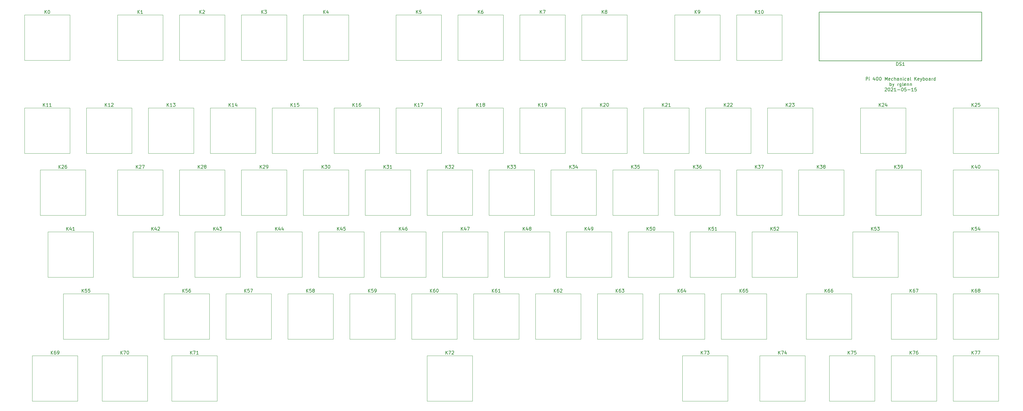
<source format=gto>
G04 #@! TF.GenerationSoftware,KiCad,Pcbnew,(5.1.6)-1*
G04 #@! TF.CreationDate,2021-05-15T00:46:41-04:00*
G04 #@! TF.ProjectId,keyboard-layout-tall,6b657962-6f61-4726-942d-6c61796f7574,rev?*
G04 #@! TF.SameCoordinates,Original*
G04 #@! TF.FileFunction,Legend,Top*
G04 #@! TF.FilePolarity,Positive*
%FSLAX46Y46*%
G04 Gerber Fmt 4.6, Leading zero omitted, Abs format (unit mm)*
G04 Created by KiCad (PCBNEW (5.1.6)-1) date 2021-05-15 00:46:41*
%MOMM*%
%LPD*%
G01*
G04 APERTURE LIST*
%ADD10C,0.150000*%
%ADD11C,0.120000*%
%ADD12C,1.802000*%
%ADD13C,4.102000*%
%ADD14C,2.302000*%
%ADD15C,1.626000*%
%ADD16C,3.152000*%
%ADD17C,3.302000*%
G04 APERTURE END LIST*
D10*
X296933333Y-83002380D02*
X296933333Y-82002380D01*
X297314285Y-82002380D01*
X297409523Y-82050000D01*
X297457142Y-82097619D01*
X297504761Y-82192857D01*
X297504761Y-82335714D01*
X297457142Y-82430952D01*
X297409523Y-82478571D01*
X297314285Y-82526190D01*
X296933333Y-82526190D01*
X297933333Y-83002380D02*
X297933333Y-82335714D01*
X297933333Y-82002380D02*
X297885714Y-82050000D01*
X297933333Y-82097619D01*
X297980952Y-82050000D01*
X297933333Y-82002380D01*
X297933333Y-82097619D01*
X299600000Y-82335714D02*
X299600000Y-83002380D01*
X299361904Y-81954761D02*
X299123809Y-82669047D01*
X299742857Y-82669047D01*
X300314285Y-82002380D02*
X300409523Y-82002380D01*
X300504761Y-82050000D01*
X300552380Y-82097619D01*
X300600000Y-82192857D01*
X300647619Y-82383333D01*
X300647619Y-82621428D01*
X300600000Y-82811904D01*
X300552380Y-82907142D01*
X300504761Y-82954761D01*
X300409523Y-83002380D01*
X300314285Y-83002380D01*
X300219047Y-82954761D01*
X300171428Y-82907142D01*
X300123809Y-82811904D01*
X300076190Y-82621428D01*
X300076190Y-82383333D01*
X300123809Y-82192857D01*
X300171428Y-82097619D01*
X300219047Y-82050000D01*
X300314285Y-82002380D01*
X301266666Y-82002380D02*
X301361904Y-82002380D01*
X301457142Y-82050000D01*
X301504761Y-82097619D01*
X301552380Y-82192857D01*
X301600000Y-82383333D01*
X301600000Y-82621428D01*
X301552380Y-82811904D01*
X301504761Y-82907142D01*
X301457142Y-82954761D01*
X301361904Y-83002380D01*
X301266666Y-83002380D01*
X301171428Y-82954761D01*
X301123809Y-82907142D01*
X301076190Y-82811904D01*
X301028571Y-82621428D01*
X301028571Y-82383333D01*
X301076190Y-82192857D01*
X301123809Y-82097619D01*
X301171428Y-82050000D01*
X301266666Y-82002380D01*
X302790476Y-83002380D02*
X302790476Y-82002380D01*
X303123809Y-82716666D01*
X303457142Y-82002380D01*
X303457142Y-83002380D01*
X304314285Y-82954761D02*
X304219047Y-83002380D01*
X304028571Y-83002380D01*
X303933333Y-82954761D01*
X303885714Y-82859523D01*
X303885714Y-82478571D01*
X303933333Y-82383333D01*
X304028571Y-82335714D01*
X304219047Y-82335714D01*
X304314285Y-82383333D01*
X304361904Y-82478571D01*
X304361904Y-82573809D01*
X303885714Y-82669047D01*
X305219047Y-82954761D02*
X305123809Y-83002380D01*
X304933333Y-83002380D01*
X304838095Y-82954761D01*
X304790476Y-82907142D01*
X304742857Y-82811904D01*
X304742857Y-82526190D01*
X304790476Y-82430952D01*
X304838095Y-82383333D01*
X304933333Y-82335714D01*
X305123809Y-82335714D01*
X305219047Y-82383333D01*
X305647619Y-83002380D02*
X305647619Y-82002380D01*
X306076190Y-83002380D02*
X306076190Y-82478571D01*
X306028571Y-82383333D01*
X305933333Y-82335714D01*
X305790476Y-82335714D01*
X305695238Y-82383333D01*
X305647619Y-82430952D01*
X306980952Y-83002380D02*
X306980952Y-82478571D01*
X306933333Y-82383333D01*
X306838095Y-82335714D01*
X306647619Y-82335714D01*
X306552380Y-82383333D01*
X306980952Y-82954761D02*
X306885714Y-83002380D01*
X306647619Y-83002380D01*
X306552380Y-82954761D01*
X306504761Y-82859523D01*
X306504761Y-82764285D01*
X306552380Y-82669047D01*
X306647619Y-82621428D01*
X306885714Y-82621428D01*
X306980952Y-82573809D01*
X307457142Y-82335714D02*
X307457142Y-83002380D01*
X307457142Y-82430952D02*
X307504761Y-82383333D01*
X307600000Y-82335714D01*
X307742857Y-82335714D01*
X307838095Y-82383333D01*
X307885714Y-82478571D01*
X307885714Y-83002380D01*
X308361904Y-83002380D02*
X308361904Y-82335714D01*
X308361904Y-82002380D02*
X308314285Y-82050000D01*
X308361904Y-82097619D01*
X308409523Y-82050000D01*
X308361904Y-82002380D01*
X308361904Y-82097619D01*
X309266666Y-82954761D02*
X309171428Y-83002380D01*
X308980952Y-83002380D01*
X308885714Y-82954761D01*
X308838095Y-82907142D01*
X308790476Y-82811904D01*
X308790476Y-82526190D01*
X308838095Y-82430952D01*
X308885714Y-82383333D01*
X308980952Y-82335714D01*
X309171428Y-82335714D01*
X309266666Y-82383333D01*
X310123809Y-83002380D02*
X310123809Y-82478571D01*
X310076190Y-82383333D01*
X309980952Y-82335714D01*
X309790476Y-82335714D01*
X309695238Y-82383333D01*
X310123809Y-82954761D02*
X310028571Y-83002380D01*
X309790476Y-83002380D01*
X309695238Y-82954761D01*
X309647619Y-82859523D01*
X309647619Y-82764285D01*
X309695238Y-82669047D01*
X309790476Y-82621428D01*
X310028571Y-82621428D01*
X310123809Y-82573809D01*
X310742857Y-83002380D02*
X310647619Y-82954761D01*
X310600000Y-82859523D01*
X310600000Y-82002380D01*
X311885714Y-83002380D02*
X311885714Y-82002380D01*
X312457142Y-83002380D02*
X312028571Y-82430952D01*
X312457142Y-82002380D02*
X311885714Y-82573809D01*
X313266666Y-82954761D02*
X313171428Y-83002380D01*
X312980952Y-83002380D01*
X312885714Y-82954761D01*
X312838095Y-82859523D01*
X312838095Y-82478571D01*
X312885714Y-82383333D01*
X312980952Y-82335714D01*
X313171428Y-82335714D01*
X313266666Y-82383333D01*
X313314285Y-82478571D01*
X313314285Y-82573809D01*
X312838095Y-82669047D01*
X313647619Y-82335714D02*
X313885714Y-83002380D01*
X314123809Y-82335714D02*
X313885714Y-83002380D01*
X313790476Y-83240476D01*
X313742857Y-83288095D01*
X313647619Y-83335714D01*
X314504761Y-83002380D02*
X314504761Y-82002380D01*
X314504761Y-82383333D02*
X314600000Y-82335714D01*
X314790476Y-82335714D01*
X314885714Y-82383333D01*
X314933333Y-82430952D01*
X314980952Y-82526190D01*
X314980952Y-82811904D01*
X314933333Y-82907142D01*
X314885714Y-82954761D01*
X314790476Y-83002380D01*
X314600000Y-83002380D01*
X314504761Y-82954761D01*
X315552380Y-83002380D02*
X315457142Y-82954761D01*
X315409523Y-82907142D01*
X315361904Y-82811904D01*
X315361904Y-82526190D01*
X315409523Y-82430952D01*
X315457142Y-82383333D01*
X315552380Y-82335714D01*
X315695238Y-82335714D01*
X315790476Y-82383333D01*
X315838095Y-82430952D01*
X315885714Y-82526190D01*
X315885714Y-82811904D01*
X315838095Y-82907142D01*
X315790476Y-82954761D01*
X315695238Y-83002380D01*
X315552380Y-83002380D01*
X316742857Y-83002380D02*
X316742857Y-82478571D01*
X316695238Y-82383333D01*
X316600000Y-82335714D01*
X316409523Y-82335714D01*
X316314285Y-82383333D01*
X316742857Y-82954761D02*
X316647619Y-83002380D01*
X316409523Y-83002380D01*
X316314285Y-82954761D01*
X316266666Y-82859523D01*
X316266666Y-82764285D01*
X316314285Y-82669047D01*
X316409523Y-82621428D01*
X316647619Y-82621428D01*
X316742857Y-82573809D01*
X317219047Y-83002380D02*
X317219047Y-82335714D01*
X317219047Y-82526190D02*
X317266666Y-82430952D01*
X317314285Y-82383333D01*
X317409523Y-82335714D01*
X317504761Y-82335714D01*
X318266666Y-83002380D02*
X318266666Y-82002380D01*
X318266666Y-82954761D02*
X318171428Y-83002380D01*
X317980952Y-83002380D01*
X317885714Y-82954761D01*
X317838095Y-82907142D01*
X317790476Y-82811904D01*
X317790476Y-82526190D01*
X317838095Y-82430952D01*
X317885714Y-82383333D01*
X317980952Y-82335714D01*
X318171428Y-82335714D01*
X318266666Y-82383333D01*
X304266666Y-84652380D02*
X304266666Y-83652380D01*
X304266666Y-84033333D02*
X304361904Y-83985714D01*
X304552380Y-83985714D01*
X304647619Y-84033333D01*
X304695238Y-84080952D01*
X304742857Y-84176190D01*
X304742857Y-84461904D01*
X304695238Y-84557142D01*
X304647619Y-84604761D01*
X304552380Y-84652380D01*
X304361904Y-84652380D01*
X304266666Y-84604761D01*
X305076190Y-83985714D02*
X305314285Y-84652380D01*
X305552380Y-83985714D02*
X305314285Y-84652380D01*
X305219047Y-84890476D01*
X305171428Y-84938095D01*
X305076190Y-84985714D01*
X306695238Y-84652380D02*
X306695238Y-83985714D01*
X306695238Y-84176190D02*
X306742857Y-84080952D01*
X306790476Y-84033333D01*
X306885714Y-83985714D01*
X306980952Y-83985714D01*
X307742857Y-83985714D02*
X307742857Y-84795238D01*
X307695238Y-84890476D01*
X307647619Y-84938095D01*
X307552380Y-84985714D01*
X307409523Y-84985714D01*
X307314285Y-84938095D01*
X307742857Y-84604761D02*
X307647619Y-84652380D01*
X307457142Y-84652380D01*
X307361904Y-84604761D01*
X307314285Y-84557142D01*
X307266666Y-84461904D01*
X307266666Y-84176190D01*
X307314285Y-84080952D01*
X307361904Y-84033333D01*
X307457142Y-83985714D01*
X307647619Y-83985714D01*
X307742857Y-84033333D01*
X308361904Y-84652380D02*
X308266666Y-84604761D01*
X308219047Y-84509523D01*
X308219047Y-83652380D01*
X309123809Y-84604761D02*
X309028571Y-84652380D01*
X308838095Y-84652380D01*
X308742857Y-84604761D01*
X308695238Y-84509523D01*
X308695238Y-84128571D01*
X308742857Y-84033333D01*
X308838095Y-83985714D01*
X309028571Y-83985714D01*
X309123809Y-84033333D01*
X309171428Y-84128571D01*
X309171428Y-84223809D01*
X308695238Y-84319047D01*
X309600000Y-83985714D02*
X309600000Y-84652380D01*
X309600000Y-84080952D02*
X309647619Y-84033333D01*
X309742857Y-83985714D01*
X309885714Y-83985714D01*
X309980952Y-84033333D01*
X310028571Y-84128571D01*
X310028571Y-84652380D01*
X310504761Y-83985714D02*
X310504761Y-84652380D01*
X310504761Y-84080952D02*
X310552380Y-84033333D01*
X310647619Y-83985714D01*
X310790476Y-83985714D01*
X310885714Y-84033333D01*
X310933333Y-84128571D01*
X310933333Y-84652380D01*
X302742857Y-85397619D02*
X302790476Y-85350000D01*
X302885714Y-85302380D01*
X303123809Y-85302380D01*
X303219047Y-85350000D01*
X303266666Y-85397619D01*
X303314285Y-85492857D01*
X303314285Y-85588095D01*
X303266666Y-85730952D01*
X302695238Y-86302380D01*
X303314285Y-86302380D01*
X303933333Y-85302380D02*
X304028571Y-85302380D01*
X304123809Y-85350000D01*
X304171428Y-85397619D01*
X304219047Y-85492857D01*
X304266666Y-85683333D01*
X304266666Y-85921428D01*
X304219047Y-86111904D01*
X304171428Y-86207142D01*
X304123809Y-86254761D01*
X304028571Y-86302380D01*
X303933333Y-86302380D01*
X303838095Y-86254761D01*
X303790476Y-86207142D01*
X303742857Y-86111904D01*
X303695238Y-85921428D01*
X303695238Y-85683333D01*
X303742857Y-85492857D01*
X303790476Y-85397619D01*
X303838095Y-85350000D01*
X303933333Y-85302380D01*
X304647619Y-85397619D02*
X304695238Y-85350000D01*
X304790476Y-85302380D01*
X305028571Y-85302380D01*
X305123809Y-85350000D01*
X305171428Y-85397619D01*
X305219047Y-85492857D01*
X305219047Y-85588095D01*
X305171428Y-85730952D01*
X304600000Y-86302380D01*
X305219047Y-86302380D01*
X306171428Y-86302380D02*
X305600000Y-86302380D01*
X305885714Y-86302380D02*
X305885714Y-85302380D01*
X305790476Y-85445238D01*
X305695238Y-85540476D01*
X305600000Y-85588095D01*
X306600000Y-85921428D02*
X307361904Y-85921428D01*
X308028571Y-85302380D02*
X308123809Y-85302380D01*
X308219047Y-85350000D01*
X308266666Y-85397619D01*
X308314285Y-85492857D01*
X308361904Y-85683333D01*
X308361904Y-85921428D01*
X308314285Y-86111904D01*
X308266666Y-86207142D01*
X308219047Y-86254761D01*
X308123809Y-86302380D01*
X308028571Y-86302380D01*
X307933333Y-86254761D01*
X307885714Y-86207142D01*
X307838095Y-86111904D01*
X307790476Y-85921428D01*
X307790476Y-85683333D01*
X307838095Y-85492857D01*
X307885714Y-85397619D01*
X307933333Y-85350000D01*
X308028571Y-85302380D01*
X309266666Y-85302380D02*
X308790476Y-85302380D01*
X308742857Y-85778571D01*
X308790476Y-85730952D01*
X308885714Y-85683333D01*
X309123809Y-85683333D01*
X309219047Y-85730952D01*
X309266666Y-85778571D01*
X309314285Y-85873809D01*
X309314285Y-86111904D01*
X309266666Y-86207142D01*
X309219047Y-86254761D01*
X309123809Y-86302380D01*
X308885714Y-86302380D01*
X308790476Y-86254761D01*
X308742857Y-86207142D01*
X309742857Y-85921428D02*
X310504761Y-85921428D01*
X311504761Y-86302380D02*
X310933333Y-86302380D01*
X311219047Y-86302380D02*
X311219047Y-85302380D01*
X311123809Y-85445238D01*
X311028571Y-85540476D01*
X310933333Y-85588095D01*
X312409523Y-85302380D02*
X311933333Y-85302380D01*
X311885714Y-85778571D01*
X311933333Y-85730952D01*
X312028571Y-85683333D01*
X312266666Y-85683333D01*
X312361904Y-85730952D01*
X312409523Y-85778571D01*
X312457142Y-85873809D01*
X312457142Y-86111904D01*
X312409523Y-86207142D01*
X312361904Y-86254761D01*
X312266666Y-86302380D01*
X312028571Y-86302380D01*
X311933333Y-86254761D01*
X311885714Y-86207142D01*
D11*
X264218750Y-181620000D02*
X264218750Y-167650000D01*
X278188750Y-181620000D02*
X264218750Y-181620000D01*
X278188750Y-167650000D02*
X278188750Y-181620000D01*
X264218750Y-167650000D02*
X278188750Y-167650000D01*
X323750000Y-162570000D02*
X323750000Y-148600000D01*
X337720000Y-162570000D02*
X323750000Y-162570000D01*
X337720000Y-148600000D02*
X337720000Y-162570000D01*
X323750000Y-148600000D02*
X337720000Y-148600000D01*
X66575000Y-76845000D02*
X66575000Y-62875000D01*
X80545000Y-76845000D02*
X66575000Y-76845000D01*
X80545000Y-62875000D02*
X80545000Y-76845000D01*
X66575000Y-62875000D02*
X80545000Y-62875000D01*
D10*
X282500000Y-77000000D02*
X282500000Y-62000000D01*
X332500000Y-77000000D02*
X282500000Y-77000000D01*
X332500000Y-62000000D02*
X332500000Y-77000000D01*
X282500000Y-62000000D02*
X332500000Y-62000000D01*
D11*
X295175000Y-105420000D02*
X295175000Y-91450000D01*
X309145000Y-105420000D02*
X295175000Y-105420000D01*
X309145000Y-91450000D02*
X309145000Y-105420000D01*
X295175000Y-91450000D02*
X309145000Y-91450000D01*
X292793750Y-143520000D02*
X292793750Y-129550000D01*
X306763750Y-143520000D02*
X292793750Y-143520000D01*
X306763750Y-129550000D02*
X306763750Y-143520000D01*
X292793750Y-129550000D02*
X306763750Y-129550000D01*
X49906250Y-162570000D02*
X49906250Y-148600000D01*
X63876250Y-162570000D02*
X49906250Y-162570000D01*
X63876250Y-148600000D02*
X63876250Y-162570000D01*
X49906250Y-148600000D02*
X63876250Y-148600000D01*
X299937500Y-124470000D02*
X299937500Y-110500000D01*
X313907500Y-124470000D02*
X299937500Y-124470000D01*
X313907500Y-110500000D02*
X313907500Y-124470000D01*
X299937500Y-110500000D02*
X313907500Y-110500000D01*
X42762500Y-124470000D02*
X42762500Y-110500000D01*
X56732500Y-124470000D02*
X42762500Y-124470000D01*
X56732500Y-110500000D02*
X56732500Y-124470000D01*
X42762500Y-110500000D02*
X56732500Y-110500000D01*
X278506250Y-162570000D02*
X278506250Y-148600000D01*
X292476250Y-162570000D02*
X278506250Y-162570000D01*
X292476250Y-148600000D02*
X292476250Y-162570000D01*
X278506250Y-148600000D02*
X292476250Y-148600000D01*
X45143750Y-143520000D02*
X45143750Y-129550000D01*
X59113750Y-143520000D02*
X45143750Y-143520000D01*
X59113750Y-129550000D02*
X59113750Y-143520000D01*
X45143750Y-129550000D02*
X59113750Y-129550000D01*
X40381250Y-181620000D02*
X40381250Y-167650000D01*
X54351250Y-181620000D02*
X40381250Y-181620000D01*
X54351250Y-167650000D02*
X54351250Y-181620000D01*
X40381250Y-167650000D02*
X54351250Y-167650000D01*
X83243750Y-181620000D02*
X83243750Y-167650000D01*
X97213750Y-181620000D02*
X83243750Y-181620000D01*
X97213750Y-167650000D02*
X97213750Y-181620000D01*
X83243750Y-167650000D02*
X97213750Y-167650000D01*
X240406250Y-181620000D02*
X240406250Y-167650000D01*
X254376250Y-181620000D02*
X240406250Y-181620000D01*
X254376250Y-167650000D02*
X254376250Y-181620000D01*
X240406250Y-167650000D02*
X254376250Y-167650000D01*
X157062500Y-162570000D02*
X157062500Y-148600000D01*
X171032500Y-162570000D02*
X157062500Y-162570000D01*
X171032500Y-148600000D02*
X171032500Y-162570000D01*
X157062500Y-148600000D02*
X171032500Y-148600000D01*
X104675000Y-76845000D02*
X104675000Y-62875000D01*
X118645000Y-76845000D02*
X104675000Y-76845000D01*
X118645000Y-62875000D02*
X118645000Y-76845000D01*
X104675000Y-62875000D02*
X118645000Y-62875000D01*
X38000000Y-76845000D02*
X38000000Y-62875000D01*
X51970000Y-76845000D02*
X38000000Y-76845000D01*
X51970000Y-62875000D02*
X51970000Y-76845000D01*
X38000000Y-62875000D02*
X51970000Y-62875000D01*
X323750000Y-181620000D02*
X323750000Y-167650000D01*
X337720000Y-181620000D02*
X323750000Y-181620000D01*
X337720000Y-167650000D02*
X337720000Y-181620000D01*
X323750000Y-167650000D02*
X337720000Y-167650000D01*
X304700000Y-162570000D02*
X304700000Y-148600000D01*
X318670000Y-162570000D02*
X304700000Y-162570000D01*
X318670000Y-148600000D02*
X318670000Y-162570000D01*
X304700000Y-148600000D02*
X318670000Y-148600000D01*
X166587500Y-143520000D02*
X166587500Y-129550000D01*
X180557500Y-143520000D02*
X166587500Y-143520000D01*
X180557500Y-129550000D02*
X180557500Y-143520000D01*
X166587500Y-129550000D02*
X180557500Y-129550000D01*
X176112500Y-162570000D02*
X176112500Y-148600000D01*
X190082500Y-162570000D02*
X176112500Y-162570000D01*
X190082500Y-148600000D02*
X190082500Y-162570000D01*
X176112500Y-148600000D02*
X190082500Y-148600000D01*
X99912500Y-162570000D02*
X99912500Y-148600000D01*
X113882500Y-162570000D02*
X99912500Y-162570000D01*
X113882500Y-148600000D02*
X113882500Y-162570000D01*
X99912500Y-148600000D02*
X113882500Y-148600000D01*
X90387500Y-143520000D02*
X90387500Y-129550000D01*
X104357500Y-143520000D02*
X90387500Y-143520000D01*
X104357500Y-129550000D02*
X104357500Y-143520000D01*
X90387500Y-129550000D02*
X104357500Y-129550000D01*
X85625000Y-76845000D02*
X85625000Y-62875000D01*
X99595000Y-76845000D02*
X85625000Y-76845000D01*
X99595000Y-62875000D02*
X99595000Y-76845000D01*
X85625000Y-62875000D02*
X99595000Y-62875000D01*
X123725000Y-76845000D02*
X123725000Y-62875000D01*
X137695000Y-76845000D02*
X123725000Y-76845000D01*
X137695000Y-62875000D02*
X137695000Y-76845000D01*
X123725000Y-62875000D02*
X137695000Y-62875000D01*
X152300000Y-76845000D02*
X152300000Y-62875000D01*
X166270000Y-76845000D02*
X152300000Y-76845000D01*
X166270000Y-62875000D02*
X166270000Y-76845000D01*
X152300000Y-62875000D02*
X166270000Y-62875000D01*
X171350000Y-76845000D02*
X171350000Y-62875000D01*
X185320000Y-76845000D02*
X171350000Y-76845000D01*
X185320000Y-62875000D02*
X185320000Y-76845000D01*
X171350000Y-62875000D02*
X185320000Y-62875000D01*
X190400000Y-76845000D02*
X190400000Y-62875000D01*
X204370000Y-76845000D02*
X190400000Y-76845000D01*
X204370000Y-62875000D02*
X204370000Y-76845000D01*
X190400000Y-62875000D02*
X204370000Y-62875000D01*
X209450000Y-76845000D02*
X209450000Y-62875000D01*
X223420000Y-76845000D02*
X209450000Y-76845000D01*
X223420000Y-62875000D02*
X223420000Y-76845000D01*
X209450000Y-62875000D02*
X223420000Y-62875000D01*
X238025000Y-76845000D02*
X238025000Y-62875000D01*
X251995000Y-76845000D02*
X238025000Y-76845000D01*
X251995000Y-62875000D02*
X251995000Y-76845000D01*
X238025000Y-62875000D02*
X251995000Y-62875000D01*
X257075000Y-76845000D02*
X257075000Y-62875000D01*
X271045000Y-76845000D02*
X257075000Y-76845000D01*
X271045000Y-62875000D02*
X271045000Y-76845000D01*
X257075000Y-62875000D02*
X271045000Y-62875000D01*
X38000000Y-105420000D02*
X38000000Y-91450000D01*
X51970000Y-105420000D02*
X38000000Y-105420000D01*
X51970000Y-91450000D02*
X51970000Y-105420000D01*
X38000000Y-91450000D02*
X51970000Y-91450000D01*
X57050000Y-105420000D02*
X57050000Y-91450000D01*
X71020000Y-105420000D02*
X57050000Y-105420000D01*
X71020000Y-91450000D02*
X71020000Y-105420000D01*
X57050000Y-91450000D02*
X71020000Y-91450000D01*
X76100000Y-105420000D02*
X76100000Y-91450000D01*
X90070000Y-105420000D02*
X76100000Y-105420000D01*
X90070000Y-91450000D02*
X90070000Y-105420000D01*
X76100000Y-91450000D02*
X90070000Y-91450000D01*
X95150000Y-105420000D02*
X95150000Y-91450000D01*
X109120000Y-105420000D02*
X95150000Y-105420000D01*
X109120000Y-91450000D02*
X109120000Y-105420000D01*
X95150000Y-91450000D02*
X109120000Y-91450000D01*
X114200000Y-105420000D02*
X114200000Y-91450000D01*
X128170000Y-105420000D02*
X114200000Y-105420000D01*
X128170000Y-91450000D02*
X128170000Y-105420000D01*
X114200000Y-91450000D02*
X128170000Y-91450000D01*
X133250000Y-105420000D02*
X133250000Y-91450000D01*
X147220000Y-105420000D02*
X133250000Y-105420000D01*
X147220000Y-91450000D02*
X147220000Y-105420000D01*
X133250000Y-91450000D02*
X147220000Y-91450000D01*
X152300000Y-105420000D02*
X152300000Y-91450000D01*
X166270000Y-105420000D02*
X152300000Y-105420000D01*
X166270000Y-91450000D02*
X166270000Y-105420000D01*
X152300000Y-91450000D02*
X166270000Y-91450000D01*
X171350000Y-105420000D02*
X171350000Y-91450000D01*
X185320000Y-105420000D02*
X171350000Y-105420000D01*
X185320000Y-91450000D02*
X185320000Y-105420000D01*
X171350000Y-91450000D02*
X185320000Y-91450000D01*
X190400000Y-105420000D02*
X190400000Y-91450000D01*
X204370000Y-105420000D02*
X190400000Y-105420000D01*
X204370000Y-91450000D02*
X204370000Y-105420000D01*
X190400000Y-91450000D02*
X204370000Y-91450000D01*
X209450000Y-105420000D02*
X209450000Y-91450000D01*
X223420000Y-105420000D02*
X209450000Y-105420000D01*
X223420000Y-91450000D02*
X223420000Y-105420000D01*
X209450000Y-91450000D02*
X223420000Y-91450000D01*
X228500000Y-105420000D02*
X228500000Y-91450000D01*
X242470000Y-105420000D02*
X228500000Y-105420000D01*
X242470000Y-91450000D02*
X242470000Y-105420000D01*
X228500000Y-91450000D02*
X242470000Y-91450000D01*
X247550000Y-105420000D02*
X247550000Y-91450000D01*
X261520000Y-105420000D02*
X247550000Y-105420000D01*
X261520000Y-91450000D02*
X261520000Y-105420000D01*
X247550000Y-91450000D02*
X261520000Y-91450000D01*
X266600000Y-105420000D02*
X266600000Y-91450000D01*
X280570000Y-105420000D02*
X266600000Y-105420000D01*
X280570000Y-91450000D02*
X280570000Y-105420000D01*
X266600000Y-91450000D02*
X280570000Y-91450000D01*
X323750000Y-105420000D02*
X323750000Y-91450000D01*
X337720000Y-105420000D02*
X323750000Y-105420000D01*
X337720000Y-91450000D02*
X337720000Y-105420000D01*
X323750000Y-91450000D02*
X337720000Y-91450000D01*
X66575000Y-124470000D02*
X66575000Y-110500000D01*
X80545000Y-124470000D02*
X66575000Y-124470000D01*
X80545000Y-110500000D02*
X80545000Y-124470000D01*
X66575000Y-110500000D02*
X80545000Y-110500000D01*
X85625000Y-124470000D02*
X85625000Y-110500000D01*
X99595000Y-124470000D02*
X85625000Y-124470000D01*
X99595000Y-110500000D02*
X99595000Y-124470000D01*
X85625000Y-110500000D02*
X99595000Y-110500000D01*
X104675000Y-124470000D02*
X104675000Y-110500000D01*
X118645000Y-124470000D02*
X104675000Y-124470000D01*
X118645000Y-110500000D02*
X118645000Y-124470000D01*
X104675000Y-110500000D02*
X118645000Y-110500000D01*
X123725000Y-124470000D02*
X123725000Y-110500000D01*
X137695000Y-124470000D02*
X123725000Y-124470000D01*
X137695000Y-110500000D02*
X137695000Y-124470000D01*
X123725000Y-110500000D02*
X137695000Y-110500000D01*
X142775000Y-124470000D02*
X142775000Y-110500000D01*
X156745000Y-124470000D02*
X142775000Y-124470000D01*
X156745000Y-110500000D02*
X156745000Y-124470000D01*
X142775000Y-110500000D02*
X156745000Y-110500000D01*
X161825000Y-124470000D02*
X161825000Y-110500000D01*
X175795000Y-124470000D02*
X161825000Y-124470000D01*
X175795000Y-110500000D02*
X175795000Y-124470000D01*
X161825000Y-110500000D02*
X175795000Y-110500000D01*
X180875000Y-124470000D02*
X180875000Y-110500000D01*
X194845000Y-124470000D02*
X180875000Y-124470000D01*
X194845000Y-110500000D02*
X194845000Y-124470000D01*
X180875000Y-110500000D02*
X194845000Y-110500000D01*
X199925000Y-124470000D02*
X199925000Y-110500000D01*
X213895000Y-124470000D02*
X199925000Y-124470000D01*
X213895000Y-110500000D02*
X213895000Y-124470000D01*
X199925000Y-110500000D02*
X213895000Y-110500000D01*
X218975000Y-124470000D02*
X218975000Y-110500000D01*
X232945000Y-124470000D02*
X218975000Y-124470000D01*
X232945000Y-110500000D02*
X232945000Y-124470000D01*
X218975000Y-110500000D02*
X232945000Y-110500000D01*
X238025000Y-124470000D02*
X238025000Y-110500000D01*
X251995000Y-124470000D02*
X238025000Y-124470000D01*
X251995000Y-110500000D02*
X251995000Y-124470000D01*
X238025000Y-110500000D02*
X251995000Y-110500000D01*
X257075000Y-124470000D02*
X257075000Y-110500000D01*
X271045000Y-124470000D02*
X257075000Y-124470000D01*
X271045000Y-110500000D02*
X271045000Y-124470000D01*
X257075000Y-110500000D02*
X271045000Y-110500000D01*
X276125000Y-124470000D02*
X276125000Y-110500000D01*
X290095000Y-124470000D02*
X276125000Y-124470000D01*
X290095000Y-110500000D02*
X290095000Y-124470000D01*
X276125000Y-110500000D02*
X290095000Y-110500000D01*
X323750000Y-124470000D02*
X323750000Y-110500000D01*
X337720000Y-124470000D02*
X323750000Y-124470000D01*
X337720000Y-110500000D02*
X337720000Y-124470000D01*
X323750000Y-110500000D02*
X337720000Y-110500000D01*
X71337500Y-143520000D02*
X71337500Y-129550000D01*
X85307500Y-143520000D02*
X71337500Y-143520000D01*
X85307500Y-129550000D02*
X85307500Y-143520000D01*
X71337500Y-129550000D02*
X85307500Y-129550000D01*
X109437500Y-143520000D02*
X109437500Y-129550000D01*
X123407500Y-143520000D02*
X109437500Y-143520000D01*
X123407500Y-129550000D02*
X123407500Y-143520000D01*
X109437500Y-129550000D02*
X123407500Y-129550000D01*
X128487500Y-143520000D02*
X128487500Y-129550000D01*
X142457500Y-143520000D02*
X128487500Y-143520000D01*
X142457500Y-129550000D02*
X142457500Y-143520000D01*
X128487500Y-129550000D02*
X142457500Y-129550000D01*
X147537500Y-143520000D02*
X147537500Y-129550000D01*
X161507500Y-143520000D02*
X147537500Y-143520000D01*
X161507500Y-129550000D02*
X161507500Y-143520000D01*
X147537500Y-129550000D02*
X161507500Y-129550000D01*
X185637500Y-143520000D02*
X185637500Y-129550000D01*
X199607500Y-143520000D02*
X185637500Y-143520000D01*
X199607500Y-129550000D02*
X199607500Y-143520000D01*
X185637500Y-129550000D02*
X199607500Y-129550000D01*
X204687500Y-143520000D02*
X204687500Y-129550000D01*
X218657500Y-143520000D02*
X204687500Y-143520000D01*
X218657500Y-129550000D02*
X218657500Y-143520000D01*
X204687500Y-129550000D02*
X218657500Y-129550000D01*
X223737500Y-143520000D02*
X223737500Y-129550000D01*
X237707500Y-143520000D02*
X223737500Y-143520000D01*
X237707500Y-129550000D02*
X237707500Y-143520000D01*
X223737500Y-129550000D02*
X237707500Y-129550000D01*
X242787500Y-143520000D02*
X242787500Y-129550000D01*
X256757500Y-143520000D02*
X242787500Y-143520000D01*
X256757500Y-129550000D02*
X256757500Y-143520000D01*
X242787500Y-129550000D02*
X256757500Y-129550000D01*
X261837500Y-143520000D02*
X261837500Y-129550000D01*
X275807500Y-143520000D02*
X261837500Y-143520000D01*
X275807500Y-129550000D02*
X275807500Y-143520000D01*
X261837500Y-129550000D02*
X275807500Y-129550000D01*
X323750000Y-143520000D02*
X323750000Y-129550000D01*
X337720000Y-143520000D02*
X323750000Y-143520000D01*
X337720000Y-129550000D02*
X337720000Y-143520000D01*
X323750000Y-129550000D02*
X337720000Y-129550000D01*
X80862500Y-162570000D02*
X80862500Y-148600000D01*
X94832500Y-162570000D02*
X80862500Y-162570000D01*
X94832500Y-148600000D02*
X94832500Y-162570000D01*
X80862500Y-148600000D02*
X94832500Y-148600000D01*
X118962500Y-162570000D02*
X118962500Y-148600000D01*
X132932500Y-162570000D02*
X118962500Y-162570000D01*
X132932500Y-148600000D02*
X132932500Y-162570000D01*
X118962500Y-148600000D02*
X132932500Y-148600000D01*
X138012500Y-162570000D02*
X138012500Y-148600000D01*
X151982500Y-162570000D02*
X138012500Y-162570000D01*
X151982500Y-148600000D02*
X151982500Y-162570000D01*
X138012500Y-148600000D02*
X151982500Y-148600000D01*
X195162500Y-162570000D02*
X195162500Y-148600000D01*
X209132500Y-162570000D02*
X195162500Y-162570000D01*
X209132500Y-148600000D02*
X209132500Y-162570000D01*
X195162500Y-148600000D02*
X209132500Y-148600000D01*
X214212500Y-162570000D02*
X214212500Y-148600000D01*
X228182500Y-162570000D02*
X214212500Y-162570000D01*
X228182500Y-148600000D02*
X228182500Y-162570000D01*
X214212500Y-148600000D02*
X228182500Y-148600000D01*
X233262500Y-162570000D02*
X233262500Y-148600000D01*
X247232500Y-162570000D02*
X233262500Y-162570000D01*
X247232500Y-148600000D02*
X247232500Y-162570000D01*
X233262500Y-148600000D02*
X247232500Y-148600000D01*
X252312500Y-162570000D02*
X252312500Y-148600000D01*
X266282500Y-162570000D02*
X252312500Y-162570000D01*
X266282500Y-148600000D02*
X266282500Y-162570000D01*
X252312500Y-148600000D02*
X266282500Y-148600000D01*
X61812500Y-181620000D02*
X61812500Y-167650000D01*
X75782500Y-181620000D02*
X61812500Y-181620000D01*
X75782500Y-167650000D02*
X75782500Y-181620000D01*
X61812500Y-167650000D02*
X75782500Y-167650000D01*
X285650000Y-181620000D02*
X285650000Y-167650000D01*
X299620000Y-181620000D02*
X285650000Y-181620000D01*
X299620000Y-167650000D02*
X299620000Y-181620000D01*
X285650000Y-167650000D02*
X299620000Y-167650000D01*
X304700000Y-181620000D02*
X304700000Y-167650000D01*
X318670000Y-181620000D02*
X304700000Y-181620000D01*
X318670000Y-167650000D02*
X318670000Y-181620000D01*
X304700000Y-167650000D02*
X318670000Y-167650000D01*
X161825000Y-181620000D02*
X161825000Y-167650000D01*
X175795000Y-181620000D02*
X161825000Y-181620000D01*
X175795000Y-167650000D02*
X175795000Y-181620000D01*
X161825000Y-167650000D02*
X175795000Y-167650000D01*
D10*
X269989464Y-167213380D02*
X269989464Y-166213380D01*
X270560892Y-167213380D02*
X270132321Y-166641952D01*
X270560892Y-166213380D02*
X269989464Y-166784809D01*
X270894226Y-166213380D02*
X271560892Y-166213380D01*
X271132321Y-167213380D01*
X272370416Y-166546714D02*
X272370416Y-167213380D01*
X272132321Y-166165761D02*
X271894226Y-166880047D01*
X272513273Y-166880047D01*
X329520714Y-148163380D02*
X329520714Y-147163380D01*
X330092142Y-148163380D02*
X329663571Y-147591952D01*
X330092142Y-147163380D02*
X329520714Y-147734809D01*
X330949285Y-147163380D02*
X330758809Y-147163380D01*
X330663571Y-147211000D01*
X330615952Y-147258619D01*
X330520714Y-147401476D01*
X330473095Y-147591952D01*
X330473095Y-147972904D01*
X330520714Y-148068142D01*
X330568333Y-148115761D01*
X330663571Y-148163380D01*
X330854047Y-148163380D01*
X330949285Y-148115761D01*
X330996904Y-148068142D01*
X331044523Y-147972904D01*
X331044523Y-147734809D01*
X330996904Y-147639571D01*
X330949285Y-147591952D01*
X330854047Y-147544333D01*
X330663571Y-147544333D01*
X330568333Y-147591952D01*
X330520714Y-147639571D01*
X330473095Y-147734809D01*
X331615952Y-147591952D02*
X331520714Y-147544333D01*
X331473095Y-147496714D01*
X331425476Y-147401476D01*
X331425476Y-147353857D01*
X331473095Y-147258619D01*
X331520714Y-147211000D01*
X331615952Y-147163380D01*
X331806428Y-147163380D01*
X331901666Y-147211000D01*
X331949285Y-147258619D01*
X331996904Y-147353857D01*
X331996904Y-147401476D01*
X331949285Y-147496714D01*
X331901666Y-147544333D01*
X331806428Y-147591952D01*
X331615952Y-147591952D01*
X331520714Y-147639571D01*
X331473095Y-147687190D01*
X331425476Y-147782428D01*
X331425476Y-147972904D01*
X331473095Y-148068142D01*
X331520714Y-148115761D01*
X331615952Y-148163380D01*
X331806428Y-148163380D01*
X331901666Y-148115761D01*
X331949285Y-148068142D01*
X331996904Y-147972904D01*
X331996904Y-147782428D01*
X331949285Y-147687190D01*
X331901666Y-147639571D01*
X331806428Y-147591952D01*
X72821904Y-62438380D02*
X72821904Y-61438380D01*
X73393333Y-62438380D02*
X72964761Y-61866952D01*
X73393333Y-61438380D02*
X72821904Y-62009809D01*
X74345714Y-62438380D02*
X73774285Y-62438380D01*
X74060000Y-62438380D02*
X74060000Y-61438380D01*
X73964761Y-61581238D01*
X73869523Y-61676476D01*
X73774285Y-61724095D01*
X306285714Y-78452380D02*
X306285714Y-77452380D01*
X306523809Y-77452380D01*
X306666666Y-77500000D01*
X306761904Y-77595238D01*
X306809523Y-77690476D01*
X306857142Y-77880952D01*
X306857142Y-78023809D01*
X306809523Y-78214285D01*
X306761904Y-78309523D01*
X306666666Y-78404761D01*
X306523809Y-78452380D01*
X306285714Y-78452380D01*
X307238095Y-78404761D02*
X307380952Y-78452380D01*
X307619047Y-78452380D01*
X307714285Y-78404761D01*
X307761904Y-78357142D01*
X307809523Y-78261904D01*
X307809523Y-78166666D01*
X307761904Y-78071428D01*
X307714285Y-78023809D01*
X307619047Y-77976190D01*
X307428571Y-77928571D01*
X307333333Y-77880952D01*
X307285714Y-77833333D01*
X307238095Y-77738095D01*
X307238095Y-77642857D01*
X307285714Y-77547619D01*
X307333333Y-77500000D01*
X307428571Y-77452380D01*
X307666666Y-77452380D01*
X307809523Y-77500000D01*
X308761904Y-78452380D02*
X308190476Y-78452380D01*
X308476190Y-78452380D02*
X308476190Y-77452380D01*
X308380952Y-77595238D01*
X308285714Y-77690476D01*
X308190476Y-77738095D01*
X300945714Y-91013380D02*
X300945714Y-90013380D01*
X301517142Y-91013380D02*
X301088571Y-90441952D01*
X301517142Y-90013380D02*
X300945714Y-90584809D01*
X301898095Y-90108619D02*
X301945714Y-90061000D01*
X302040952Y-90013380D01*
X302279047Y-90013380D01*
X302374285Y-90061000D01*
X302421904Y-90108619D01*
X302469523Y-90203857D01*
X302469523Y-90299095D01*
X302421904Y-90441952D01*
X301850476Y-91013380D01*
X302469523Y-91013380D01*
X303326666Y-90346714D02*
X303326666Y-91013380D01*
X303088571Y-89965761D02*
X302850476Y-90680047D01*
X303469523Y-90680047D01*
X298564464Y-129113380D02*
X298564464Y-128113380D01*
X299135892Y-129113380D02*
X298707321Y-128541952D01*
X299135892Y-128113380D02*
X298564464Y-128684809D01*
X300040654Y-128113380D02*
X299564464Y-128113380D01*
X299516845Y-128589571D01*
X299564464Y-128541952D01*
X299659702Y-128494333D01*
X299897797Y-128494333D01*
X299993035Y-128541952D01*
X300040654Y-128589571D01*
X300088273Y-128684809D01*
X300088273Y-128922904D01*
X300040654Y-129018142D01*
X299993035Y-129065761D01*
X299897797Y-129113380D01*
X299659702Y-129113380D01*
X299564464Y-129065761D01*
X299516845Y-129018142D01*
X300421607Y-128113380D02*
X301040654Y-128113380D01*
X300707321Y-128494333D01*
X300850178Y-128494333D01*
X300945416Y-128541952D01*
X300993035Y-128589571D01*
X301040654Y-128684809D01*
X301040654Y-128922904D01*
X300993035Y-129018142D01*
X300945416Y-129065761D01*
X300850178Y-129113380D01*
X300564464Y-129113380D01*
X300469226Y-129065761D01*
X300421607Y-129018142D01*
X55676964Y-148163380D02*
X55676964Y-147163380D01*
X56248392Y-148163380D02*
X55819821Y-147591952D01*
X56248392Y-147163380D02*
X55676964Y-147734809D01*
X57153154Y-147163380D02*
X56676964Y-147163380D01*
X56629345Y-147639571D01*
X56676964Y-147591952D01*
X56772202Y-147544333D01*
X57010297Y-147544333D01*
X57105535Y-147591952D01*
X57153154Y-147639571D01*
X57200773Y-147734809D01*
X57200773Y-147972904D01*
X57153154Y-148068142D01*
X57105535Y-148115761D01*
X57010297Y-148163380D01*
X56772202Y-148163380D01*
X56676964Y-148115761D01*
X56629345Y-148068142D01*
X58105535Y-147163380D02*
X57629345Y-147163380D01*
X57581726Y-147639571D01*
X57629345Y-147591952D01*
X57724583Y-147544333D01*
X57962678Y-147544333D01*
X58057916Y-147591952D01*
X58105535Y-147639571D01*
X58153154Y-147734809D01*
X58153154Y-147972904D01*
X58105535Y-148068142D01*
X58057916Y-148115761D01*
X57962678Y-148163380D01*
X57724583Y-148163380D01*
X57629345Y-148115761D01*
X57581726Y-148068142D01*
X305708214Y-110063380D02*
X305708214Y-109063380D01*
X306279642Y-110063380D02*
X305851071Y-109491952D01*
X306279642Y-109063380D02*
X305708214Y-109634809D01*
X306612976Y-109063380D02*
X307232023Y-109063380D01*
X306898690Y-109444333D01*
X307041547Y-109444333D01*
X307136785Y-109491952D01*
X307184404Y-109539571D01*
X307232023Y-109634809D01*
X307232023Y-109872904D01*
X307184404Y-109968142D01*
X307136785Y-110015761D01*
X307041547Y-110063380D01*
X306755833Y-110063380D01*
X306660595Y-110015761D01*
X306612976Y-109968142D01*
X307708214Y-110063380D02*
X307898690Y-110063380D01*
X307993928Y-110015761D01*
X308041547Y-109968142D01*
X308136785Y-109825285D01*
X308184404Y-109634809D01*
X308184404Y-109253857D01*
X308136785Y-109158619D01*
X308089166Y-109111000D01*
X307993928Y-109063380D01*
X307803452Y-109063380D01*
X307708214Y-109111000D01*
X307660595Y-109158619D01*
X307612976Y-109253857D01*
X307612976Y-109491952D01*
X307660595Y-109587190D01*
X307708214Y-109634809D01*
X307803452Y-109682428D01*
X307993928Y-109682428D01*
X308089166Y-109634809D01*
X308136785Y-109587190D01*
X308184404Y-109491952D01*
X48533214Y-110063380D02*
X48533214Y-109063380D01*
X49104642Y-110063380D02*
X48676071Y-109491952D01*
X49104642Y-109063380D02*
X48533214Y-109634809D01*
X49485595Y-109158619D02*
X49533214Y-109111000D01*
X49628452Y-109063380D01*
X49866547Y-109063380D01*
X49961785Y-109111000D01*
X50009404Y-109158619D01*
X50057023Y-109253857D01*
X50057023Y-109349095D01*
X50009404Y-109491952D01*
X49437976Y-110063380D01*
X50057023Y-110063380D01*
X50914166Y-109063380D02*
X50723690Y-109063380D01*
X50628452Y-109111000D01*
X50580833Y-109158619D01*
X50485595Y-109301476D01*
X50437976Y-109491952D01*
X50437976Y-109872904D01*
X50485595Y-109968142D01*
X50533214Y-110015761D01*
X50628452Y-110063380D01*
X50818928Y-110063380D01*
X50914166Y-110015761D01*
X50961785Y-109968142D01*
X51009404Y-109872904D01*
X51009404Y-109634809D01*
X50961785Y-109539571D01*
X50914166Y-109491952D01*
X50818928Y-109444333D01*
X50628452Y-109444333D01*
X50533214Y-109491952D01*
X50485595Y-109539571D01*
X50437976Y-109634809D01*
X284276964Y-148163380D02*
X284276964Y-147163380D01*
X284848392Y-148163380D02*
X284419821Y-147591952D01*
X284848392Y-147163380D02*
X284276964Y-147734809D01*
X285705535Y-147163380D02*
X285515059Y-147163380D01*
X285419821Y-147211000D01*
X285372202Y-147258619D01*
X285276964Y-147401476D01*
X285229345Y-147591952D01*
X285229345Y-147972904D01*
X285276964Y-148068142D01*
X285324583Y-148115761D01*
X285419821Y-148163380D01*
X285610297Y-148163380D01*
X285705535Y-148115761D01*
X285753154Y-148068142D01*
X285800773Y-147972904D01*
X285800773Y-147734809D01*
X285753154Y-147639571D01*
X285705535Y-147591952D01*
X285610297Y-147544333D01*
X285419821Y-147544333D01*
X285324583Y-147591952D01*
X285276964Y-147639571D01*
X285229345Y-147734809D01*
X286657916Y-147163380D02*
X286467440Y-147163380D01*
X286372202Y-147211000D01*
X286324583Y-147258619D01*
X286229345Y-147401476D01*
X286181726Y-147591952D01*
X286181726Y-147972904D01*
X286229345Y-148068142D01*
X286276964Y-148115761D01*
X286372202Y-148163380D01*
X286562678Y-148163380D01*
X286657916Y-148115761D01*
X286705535Y-148068142D01*
X286753154Y-147972904D01*
X286753154Y-147734809D01*
X286705535Y-147639571D01*
X286657916Y-147591952D01*
X286562678Y-147544333D01*
X286372202Y-147544333D01*
X286276964Y-147591952D01*
X286229345Y-147639571D01*
X286181726Y-147734809D01*
X50914464Y-129113380D02*
X50914464Y-128113380D01*
X51485892Y-129113380D02*
X51057321Y-128541952D01*
X51485892Y-128113380D02*
X50914464Y-128684809D01*
X52343035Y-128446714D02*
X52343035Y-129113380D01*
X52104940Y-128065761D02*
X51866845Y-128780047D01*
X52485892Y-128780047D01*
X53390654Y-129113380D02*
X52819226Y-129113380D01*
X53104940Y-129113380D02*
X53104940Y-128113380D01*
X53009702Y-128256238D01*
X52914464Y-128351476D01*
X52819226Y-128399095D01*
X46151964Y-167213380D02*
X46151964Y-166213380D01*
X46723392Y-167213380D02*
X46294821Y-166641952D01*
X46723392Y-166213380D02*
X46151964Y-166784809D01*
X47580535Y-166213380D02*
X47390059Y-166213380D01*
X47294821Y-166261000D01*
X47247202Y-166308619D01*
X47151964Y-166451476D01*
X47104345Y-166641952D01*
X47104345Y-167022904D01*
X47151964Y-167118142D01*
X47199583Y-167165761D01*
X47294821Y-167213380D01*
X47485297Y-167213380D01*
X47580535Y-167165761D01*
X47628154Y-167118142D01*
X47675773Y-167022904D01*
X47675773Y-166784809D01*
X47628154Y-166689571D01*
X47580535Y-166641952D01*
X47485297Y-166594333D01*
X47294821Y-166594333D01*
X47199583Y-166641952D01*
X47151964Y-166689571D01*
X47104345Y-166784809D01*
X48151964Y-167213380D02*
X48342440Y-167213380D01*
X48437678Y-167165761D01*
X48485297Y-167118142D01*
X48580535Y-166975285D01*
X48628154Y-166784809D01*
X48628154Y-166403857D01*
X48580535Y-166308619D01*
X48532916Y-166261000D01*
X48437678Y-166213380D01*
X48247202Y-166213380D01*
X48151964Y-166261000D01*
X48104345Y-166308619D01*
X48056726Y-166403857D01*
X48056726Y-166641952D01*
X48104345Y-166737190D01*
X48151964Y-166784809D01*
X48247202Y-166832428D01*
X48437678Y-166832428D01*
X48532916Y-166784809D01*
X48580535Y-166737190D01*
X48628154Y-166641952D01*
X89014464Y-167213380D02*
X89014464Y-166213380D01*
X89585892Y-167213380D02*
X89157321Y-166641952D01*
X89585892Y-166213380D02*
X89014464Y-166784809D01*
X89919226Y-166213380D02*
X90585892Y-166213380D01*
X90157321Y-167213380D01*
X91490654Y-167213380D02*
X90919226Y-167213380D01*
X91204940Y-167213380D02*
X91204940Y-166213380D01*
X91109702Y-166356238D01*
X91014464Y-166451476D01*
X90919226Y-166499095D01*
X246176964Y-167213380D02*
X246176964Y-166213380D01*
X246748392Y-167213380D02*
X246319821Y-166641952D01*
X246748392Y-166213380D02*
X246176964Y-166784809D01*
X247081726Y-166213380D02*
X247748392Y-166213380D01*
X247319821Y-167213380D01*
X248034107Y-166213380D02*
X248653154Y-166213380D01*
X248319821Y-166594333D01*
X248462678Y-166594333D01*
X248557916Y-166641952D01*
X248605535Y-166689571D01*
X248653154Y-166784809D01*
X248653154Y-167022904D01*
X248605535Y-167118142D01*
X248557916Y-167165761D01*
X248462678Y-167213380D01*
X248176964Y-167213380D01*
X248081726Y-167165761D01*
X248034107Y-167118142D01*
X162833214Y-148163380D02*
X162833214Y-147163380D01*
X163404642Y-148163380D02*
X162976071Y-147591952D01*
X163404642Y-147163380D02*
X162833214Y-147734809D01*
X164261785Y-147163380D02*
X164071309Y-147163380D01*
X163976071Y-147211000D01*
X163928452Y-147258619D01*
X163833214Y-147401476D01*
X163785595Y-147591952D01*
X163785595Y-147972904D01*
X163833214Y-148068142D01*
X163880833Y-148115761D01*
X163976071Y-148163380D01*
X164166547Y-148163380D01*
X164261785Y-148115761D01*
X164309404Y-148068142D01*
X164357023Y-147972904D01*
X164357023Y-147734809D01*
X164309404Y-147639571D01*
X164261785Y-147591952D01*
X164166547Y-147544333D01*
X163976071Y-147544333D01*
X163880833Y-147591952D01*
X163833214Y-147639571D01*
X163785595Y-147734809D01*
X164976071Y-147163380D02*
X165071309Y-147163380D01*
X165166547Y-147211000D01*
X165214166Y-147258619D01*
X165261785Y-147353857D01*
X165309404Y-147544333D01*
X165309404Y-147782428D01*
X165261785Y-147972904D01*
X165214166Y-148068142D01*
X165166547Y-148115761D01*
X165071309Y-148163380D01*
X164976071Y-148163380D01*
X164880833Y-148115761D01*
X164833214Y-148068142D01*
X164785595Y-147972904D01*
X164737976Y-147782428D01*
X164737976Y-147544333D01*
X164785595Y-147353857D01*
X164833214Y-147258619D01*
X164880833Y-147211000D01*
X164976071Y-147163380D01*
X110921904Y-62438380D02*
X110921904Y-61438380D01*
X111493333Y-62438380D02*
X111064761Y-61866952D01*
X111493333Y-61438380D02*
X110921904Y-62009809D01*
X111826666Y-61438380D02*
X112445714Y-61438380D01*
X112112380Y-61819333D01*
X112255238Y-61819333D01*
X112350476Y-61866952D01*
X112398095Y-61914571D01*
X112445714Y-62009809D01*
X112445714Y-62247904D01*
X112398095Y-62343142D01*
X112350476Y-62390761D01*
X112255238Y-62438380D01*
X111969523Y-62438380D01*
X111874285Y-62390761D01*
X111826666Y-62343142D01*
X44246904Y-62438380D02*
X44246904Y-61438380D01*
X44818333Y-62438380D02*
X44389761Y-61866952D01*
X44818333Y-61438380D02*
X44246904Y-62009809D01*
X45437380Y-61438380D02*
X45532619Y-61438380D01*
X45627857Y-61486000D01*
X45675476Y-61533619D01*
X45723095Y-61628857D01*
X45770714Y-61819333D01*
X45770714Y-62057428D01*
X45723095Y-62247904D01*
X45675476Y-62343142D01*
X45627857Y-62390761D01*
X45532619Y-62438380D01*
X45437380Y-62438380D01*
X45342142Y-62390761D01*
X45294523Y-62343142D01*
X45246904Y-62247904D01*
X45199285Y-62057428D01*
X45199285Y-61819333D01*
X45246904Y-61628857D01*
X45294523Y-61533619D01*
X45342142Y-61486000D01*
X45437380Y-61438380D01*
X329520714Y-167213380D02*
X329520714Y-166213380D01*
X330092142Y-167213380D02*
X329663571Y-166641952D01*
X330092142Y-166213380D02*
X329520714Y-166784809D01*
X330425476Y-166213380D02*
X331092142Y-166213380D01*
X330663571Y-167213380D01*
X331377857Y-166213380D02*
X332044523Y-166213380D01*
X331615952Y-167213380D01*
X310470714Y-148163380D02*
X310470714Y-147163380D01*
X311042142Y-148163380D02*
X310613571Y-147591952D01*
X311042142Y-147163380D02*
X310470714Y-147734809D01*
X311899285Y-147163380D02*
X311708809Y-147163380D01*
X311613571Y-147211000D01*
X311565952Y-147258619D01*
X311470714Y-147401476D01*
X311423095Y-147591952D01*
X311423095Y-147972904D01*
X311470714Y-148068142D01*
X311518333Y-148115761D01*
X311613571Y-148163380D01*
X311804047Y-148163380D01*
X311899285Y-148115761D01*
X311946904Y-148068142D01*
X311994523Y-147972904D01*
X311994523Y-147734809D01*
X311946904Y-147639571D01*
X311899285Y-147591952D01*
X311804047Y-147544333D01*
X311613571Y-147544333D01*
X311518333Y-147591952D01*
X311470714Y-147639571D01*
X311423095Y-147734809D01*
X312327857Y-147163380D02*
X312994523Y-147163380D01*
X312565952Y-148163380D01*
X172358214Y-129113380D02*
X172358214Y-128113380D01*
X172929642Y-129113380D02*
X172501071Y-128541952D01*
X172929642Y-128113380D02*
X172358214Y-128684809D01*
X173786785Y-128446714D02*
X173786785Y-129113380D01*
X173548690Y-128065761D02*
X173310595Y-128780047D01*
X173929642Y-128780047D01*
X174215357Y-128113380D02*
X174882023Y-128113380D01*
X174453452Y-129113380D01*
X181883214Y-148163380D02*
X181883214Y-147163380D01*
X182454642Y-148163380D02*
X182026071Y-147591952D01*
X182454642Y-147163380D02*
X181883214Y-147734809D01*
X183311785Y-147163380D02*
X183121309Y-147163380D01*
X183026071Y-147211000D01*
X182978452Y-147258619D01*
X182883214Y-147401476D01*
X182835595Y-147591952D01*
X182835595Y-147972904D01*
X182883214Y-148068142D01*
X182930833Y-148115761D01*
X183026071Y-148163380D01*
X183216547Y-148163380D01*
X183311785Y-148115761D01*
X183359404Y-148068142D01*
X183407023Y-147972904D01*
X183407023Y-147734809D01*
X183359404Y-147639571D01*
X183311785Y-147591952D01*
X183216547Y-147544333D01*
X183026071Y-147544333D01*
X182930833Y-147591952D01*
X182883214Y-147639571D01*
X182835595Y-147734809D01*
X184359404Y-148163380D02*
X183787976Y-148163380D01*
X184073690Y-148163380D02*
X184073690Y-147163380D01*
X183978452Y-147306238D01*
X183883214Y-147401476D01*
X183787976Y-147449095D01*
X105683214Y-148163380D02*
X105683214Y-147163380D01*
X106254642Y-148163380D02*
X105826071Y-147591952D01*
X106254642Y-147163380D02*
X105683214Y-147734809D01*
X107159404Y-147163380D02*
X106683214Y-147163380D01*
X106635595Y-147639571D01*
X106683214Y-147591952D01*
X106778452Y-147544333D01*
X107016547Y-147544333D01*
X107111785Y-147591952D01*
X107159404Y-147639571D01*
X107207023Y-147734809D01*
X107207023Y-147972904D01*
X107159404Y-148068142D01*
X107111785Y-148115761D01*
X107016547Y-148163380D01*
X106778452Y-148163380D01*
X106683214Y-148115761D01*
X106635595Y-148068142D01*
X107540357Y-147163380D02*
X108207023Y-147163380D01*
X107778452Y-148163380D01*
X96158214Y-129113380D02*
X96158214Y-128113380D01*
X96729642Y-129113380D02*
X96301071Y-128541952D01*
X96729642Y-128113380D02*
X96158214Y-128684809D01*
X97586785Y-128446714D02*
X97586785Y-129113380D01*
X97348690Y-128065761D02*
X97110595Y-128780047D01*
X97729642Y-128780047D01*
X98015357Y-128113380D02*
X98634404Y-128113380D01*
X98301071Y-128494333D01*
X98443928Y-128494333D01*
X98539166Y-128541952D01*
X98586785Y-128589571D01*
X98634404Y-128684809D01*
X98634404Y-128922904D01*
X98586785Y-129018142D01*
X98539166Y-129065761D01*
X98443928Y-129113380D01*
X98158214Y-129113380D01*
X98062976Y-129065761D01*
X98015357Y-129018142D01*
X91871904Y-62438380D02*
X91871904Y-61438380D01*
X92443333Y-62438380D02*
X92014761Y-61866952D01*
X92443333Y-61438380D02*
X91871904Y-62009809D01*
X92824285Y-61533619D02*
X92871904Y-61486000D01*
X92967142Y-61438380D01*
X93205238Y-61438380D01*
X93300476Y-61486000D01*
X93348095Y-61533619D01*
X93395714Y-61628857D01*
X93395714Y-61724095D01*
X93348095Y-61866952D01*
X92776666Y-62438380D01*
X93395714Y-62438380D01*
X129971904Y-62438380D02*
X129971904Y-61438380D01*
X130543333Y-62438380D02*
X130114761Y-61866952D01*
X130543333Y-61438380D02*
X129971904Y-62009809D01*
X131400476Y-61771714D02*
X131400476Y-62438380D01*
X131162380Y-61390761D02*
X130924285Y-62105047D01*
X131543333Y-62105047D01*
X158546904Y-62438380D02*
X158546904Y-61438380D01*
X159118333Y-62438380D02*
X158689761Y-61866952D01*
X159118333Y-61438380D02*
X158546904Y-62009809D01*
X160023095Y-61438380D02*
X159546904Y-61438380D01*
X159499285Y-61914571D01*
X159546904Y-61866952D01*
X159642142Y-61819333D01*
X159880238Y-61819333D01*
X159975476Y-61866952D01*
X160023095Y-61914571D01*
X160070714Y-62009809D01*
X160070714Y-62247904D01*
X160023095Y-62343142D01*
X159975476Y-62390761D01*
X159880238Y-62438380D01*
X159642142Y-62438380D01*
X159546904Y-62390761D01*
X159499285Y-62343142D01*
X177596904Y-62438380D02*
X177596904Y-61438380D01*
X178168333Y-62438380D02*
X177739761Y-61866952D01*
X178168333Y-61438380D02*
X177596904Y-62009809D01*
X179025476Y-61438380D02*
X178835000Y-61438380D01*
X178739761Y-61486000D01*
X178692142Y-61533619D01*
X178596904Y-61676476D01*
X178549285Y-61866952D01*
X178549285Y-62247904D01*
X178596904Y-62343142D01*
X178644523Y-62390761D01*
X178739761Y-62438380D01*
X178930238Y-62438380D01*
X179025476Y-62390761D01*
X179073095Y-62343142D01*
X179120714Y-62247904D01*
X179120714Y-62009809D01*
X179073095Y-61914571D01*
X179025476Y-61866952D01*
X178930238Y-61819333D01*
X178739761Y-61819333D01*
X178644523Y-61866952D01*
X178596904Y-61914571D01*
X178549285Y-62009809D01*
X196646904Y-62438380D02*
X196646904Y-61438380D01*
X197218333Y-62438380D02*
X196789761Y-61866952D01*
X197218333Y-61438380D02*
X196646904Y-62009809D01*
X197551666Y-61438380D02*
X198218333Y-61438380D01*
X197789761Y-62438380D01*
X215696904Y-62438380D02*
X215696904Y-61438380D01*
X216268333Y-62438380D02*
X215839761Y-61866952D01*
X216268333Y-61438380D02*
X215696904Y-62009809D01*
X216839761Y-61866952D02*
X216744523Y-61819333D01*
X216696904Y-61771714D01*
X216649285Y-61676476D01*
X216649285Y-61628857D01*
X216696904Y-61533619D01*
X216744523Y-61486000D01*
X216839761Y-61438380D01*
X217030238Y-61438380D01*
X217125476Y-61486000D01*
X217173095Y-61533619D01*
X217220714Y-61628857D01*
X217220714Y-61676476D01*
X217173095Y-61771714D01*
X217125476Y-61819333D01*
X217030238Y-61866952D01*
X216839761Y-61866952D01*
X216744523Y-61914571D01*
X216696904Y-61962190D01*
X216649285Y-62057428D01*
X216649285Y-62247904D01*
X216696904Y-62343142D01*
X216744523Y-62390761D01*
X216839761Y-62438380D01*
X217030238Y-62438380D01*
X217125476Y-62390761D01*
X217173095Y-62343142D01*
X217220714Y-62247904D01*
X217220714Y-62057428D01*
X217173095Y-61962190D01*
X217125476Y-61914571D01*
X217030238Y-61866952D01*
X244271904Y-62438380D02*
X244271904Y-61438380D01*
X244843333Y-62438380D02*
X244414761Y-61866952D01*
X244843333Y-61438380D02*
X244271904Y-62009809D01*
X245319523Y-62438380D02*
X245510000Y-62438380D01*
X245605238Y-62390761D01*
X245652857Y-62343142D01*
X245748095Y-62200285D01*
X245795714Y-62009809D01*
X245795714Y-61628857D01*
X245748095Y-61533619D01*
X245700476Y-61486000D01*
X245605238Y-61438380D01*
X245414761Y-61438380D01*
X245319523Y-61486000D01*
X245271904Y-61533619D01*
X245224285Y-61628857D01*
X245224285Y-61866952D01*
X245271904Y-61962190D01*
X245319523Y-62009809D01*
X245414761Y-62057428D01*
X245605238Y-62057428D01*
X245700476Y-62009809D01*
X245748095Y-61962190D01*
X245795714Y-61866952D01*
X262845714Y-62438380D02*
X262845714Y-61438380D01*
X263417142Y-62438380D02*
X262988571Y-61866952D01*
X263417142Y-61438380D02*
X262845714Y-62009809D01*
X264369523Y-62438380D02*
X263798095Y-62438380D01*
X264083809Y-62438380D02*
X264083809Y-61438380D01*
X263988571Y-61581238D01*
X263893333Y-61676476D01*
X263798095Y-61724095D01*
X264988571Y-61438380D02*
X265083809Y-61438380D01*
X265179047Y-61486000D01*
X265226666Y-61533619D01*
X265274285Y-61628857D01*
X265321904Y-61819333D01*
X265321904Y-62057428D01*
X265274285Y-62247904D01*
X265226666Y-62343142D01*
X265179047Y-62390761D01*
X265083809Y-62438380D01*
X264988571Y-62438380D01*
X264893333Y-62390761D01*
X264845714Y-62343142D01*
X264798095Y-62247904D01*
X264750476Y-62057428D01*
X264750476Y-61819333D01*
X264798095Y-61628857D01*
X264845714Y-61533619D01*
X264893333Y-61486000D01*
X264988571Y-61438380D01*
X43770714Y-91013380D02*
X43770714Y-90013380D01*
X44342142Y-91013380D02*
X43913571Y-90441952D01*
X44342142Y-90013380D02*
X43770714Y-90584809D01*
X45294523Y-91013380D02*
X44723095Y-91013380D01*
X45008809Y-91013380D02*
X45008809Y-90013380D01*
X44913571Y-90156238D01*
X44818333Y-90251476D01*
X44723095Y-90299095D01*
X46246904Y-91013380D02*
X45675476Y-91013380D01*
X45961190Y-91013380D02*
X45961190Y-90013380D01*
X45865952Y-90156238D01*
X45770714Y-90251476D01*
X45675476Y-90299095D01*
X62820714Y-91013380D02*
X62820714Y-90013380D01*
X63392142Y-91013380D02*
X62963571Y-90441952D01*
X63392142Y-90013380D02*
X62820714Y-90584809D01*
X64344523Y-91013380D02*
X63773095Y-91013380D01*
X64058809Y-91013380D02*
X64058809Y-90013380D01*
X63963571Y-90156238D01*
X63868333Y-90251476D01*
X63773095Y-90299095D01*
X64725476Y-90108619D02*
X64773095Y-90061000D01*
X64868333Y-90013380D01*
X65106428Y-90013380D01*
X65201666Y-90061000D01*
X65249285Y-90108619D01*
X65296904Y-90203857D01*
X65296904Y-90299095D01*
X65249285Y-90441952D01*
X64677857Y-91013380D01*
X65296904Y-91013380D01*
X81870714Y-91013380D02*
X81870714Y-90013380D01*
X82442142Y-91013380D02*
X82013571Y-90441952D01*
X82442142Y-90013380D02*
X81870714Y-90584809D01*
X83394523Y-91013380D02*
X82823095Y-91013380D01*
X83108809Y-91013380D02*
X83108809Y-90013380D01*
X83013571Y-90156238D01*
X82918333Y-90251476D01*
X82823095Y-90299095D01*
X83727857Y-90013380D02*
X84346904Y-90013380D01*
X84013571Y-90394333D01*
X84156428Y-90394333D01*
X84251666Y-90441952D01*
X84299285Y-90489571D01*
X84346904Y-90584809D01*
X84346904Y-90822904D01*
X84299285Y-90918142D01*
X84251666Y-90965761D01*
X84156428Y-91013380D01*
X83870714Y-91013380D01*
X83775476Y-90965761D01*
X83727857Y-90918142D01*
X100920714Y-91013380D02*
X100920714Y-90013380D01*
X101492142Y-91013380D02*
X101063571Y-90441952D01*
X101492142Y-90013380D02*
X100920714Y-90584809D01*
X102444523Y-91013380D02*
X101873095Y-91013380D01*
X102158809Y-91013380D02*
X102158809Y-90013380D01*
X102063571Y-90156238D01*
X101968333Y-90251476D01*
X101873095Y-90299095D01*
X103301666Y-90346714D02*
X103301666Y-91013380D01*
X103063571Y-89965761D02*
X102825476Y-90680047D01*
X103444523Y-90680047D01*
X119970714Y-91013380D02*
X119970714Y-90013380D01*
X120542142Y-91013380D02*
X120113571Y-90441952D01*
X120542142Y-90013380D02*
X119970714Y-90584809D01*
X121494523Y-91013380D02*
X120923095Y-91013380D01*
X121208809Y-91013380D02*
X121208809Y-90013380D01*
X121113571Y-90156238D01*
X121018333Y-90251476D01*
X120923095Y-90299095D01*
X122399285Y-90013380D02*
X121923095Y-90013380D01*
X121875476Y-90489571D01*
X121923095Y-90441952D01*
X122018333Y-90394333D01*
X122256428Y-90394333D01*
X122351666Y-90441952D01*
X122399285Y-90489571D01*
X122446904Y-90584809D01*
X122446904Y-90822904D01*
X122399285Y-90918142D01*
X122351666Y-90965761D01*
X122256428Y-91013380D01*
X122018333Y-91013380D01*
X121923095Y-90965761D01*
X121875476Y-90918142D01*
X139020714Y-91013380D02*
X139020714Y-90013380D01*
X139592142Y-91013380D02*
X139163571Y-90441952D01*
X139592142Y-90013380D02*
X139020714Y-90584809D01*
X140544523Y-91013380D02*
X139973095Y-91013380D01*
X140258809Y-91013380D02*
X140258809Y-90013380D01*
X140163571Y-90156238D01*
X140068333Y-90251476D01*
X139973095Y-90299095D01*
X141401666Y-90013380D02*
X141211190Y-90013380D01*
X141115952Y-90061000D01*
X141068333Y-90108619D01*
X140973095Y-90251476D01*
X140925476Y-90441952D01*
X140925476Y-90822904D01*
X140973095Y-90918142D01*
X141020714Y-90965761D01*
X141115952Y-91013380D01*
X141306428Y-91013380D01*
X141401666Y-90965761D01*
X141449285Y-90918142D01*
X141496904Y-90822904D01*
X141496904Y-90584809D01*
X141449285Y-90489571D01*
X141401666Y-90441952D01*
X141306428Y-90394333D01*
X141115952Y-90394333D01*
X141020714Y-90441952D01*
X140973095Y-90489571D01*
X140925476Y-90584809D01*
X158070714Y-91013380D02*
X158070714Y-90013380D01*
X158642142Y-91013380D02*
X158213571Y-90441952D01*
X158642142Y-90013380D02*
X158070714Y-90584809D01*
X159594523Y-91013380D02*
X159023095Y-91013380D01*
X159308809Y-91013380D02*
X159308809Y-90013380D01*
X159213571Y-90156238D01*
X159118333Y-90251476D01*
X159023095Y-90299095D01*
X159927857Y-90013380D02*
X160594523Y-90013380D01*
X160165952Y-91013380D01*
X177120714Y-91013380D02*
X177120714Y-90013380D01*
X177692142Y-91013380D02*
X177263571Y-90441952D01*
X177692142Y-90013380D02*
X177120714Y-90584809D01*
X178644523Y-91013380D02*
X178073095Y-91013380D01*
X178358809Y-91013380D02*
X178358809Y-90013380D01*
X178263571Y-90156238D01*
X178168333Y-90251476D01*
X178073095Y-90299095D01*
X179215952Y-90441952D02*
X179120714Y-90394333D01*
X179073095Y-90346714D01*
X179025476Y-90251476D01*
X179025476Y-90203857D01*
X179073095Y-90108619D01*
X179120714Y-90061000D01*
X179215952Y-90013380D01*
X179406428Y-90013380D01*
X179501666Y-90061000D01*
X179549285Y-90108619D01*
X179596904Y-90203857D01*
X179596904Y-90251476D01*
X179549285Y-90346714D01*
X179501666Y-90394333D01*
X179406428Y-90441952D01*
X179215952Y-90441952D01*
X179120714Y-90489571D01*
X179073095Y-90537190D01*
X179025476Y-90632428D01*
X179025476Y-90822904D01*
X179073095Y-90918142D01*
X179120714Y-90965761D01*
X179215952Y-91013380D01*
X179406428Y-91013380D01*
X179501666Y-90965761D01*
X179549285Y-90918142D01*
X179596904Y-90822904D01*
X179596904Y-90632428D01*
X179549285Y-90537190D01*
X179501666Y-90489571D01*
X179406428Y-90441952D01*
X196170714Y-91013380D02*
X196170714Y-90013380D01*
X196742142Y-91013380D02*
X196313571Y-90441952D01*
X196742142Y-90013380D02*
X196170714Y-90584809D01*
X197694523Y-91013380D02*
X197123095Y-91013380D01*
X197408809Y-91013380D02*
X197408809Y-90013380D01*
X197313571Y-90156238D01*
X197218333Y-90251476D01*
X197123095Y-90299095D01*
X198170714Y-91013380D02*
X198361190Y-91013380D01*
X198456428Y-90965761D01*
X198504047Y-90918142D01*
X198599285Y-90775285D01*
X198646904Y-90584809D01*
X198646904Y-90203857D01*
X198599285Y-90108619D01*
X198551666Y-90061000D01*
X198456428Y-90013380D01*
X198265952Y-90013380D01*
X198170714Y-90061000D01*
X198123095Y-90108619D01*
X198075476Y-90203857D01*
X198075476Y-90441952D01*
X198123095Y-90537190D01*
X198170714Y-90584809D01*
X198265952Y-90632428D01*
X198456428Y-90632428D01*
X198551666Y-90584809D01*
X198599285Y-90537190D01*
X198646904Y-90441952D01*
X215220714Y-91013380D02*
X215220714Y-90013380D01*
X215792142Y-91013380D02*
X215363571Y-90441952D01*
X215792142Y-90013380D02*
X215220714Y-90584809D01*
X216173095Y-90108619D02*
X216220714Y-90061000D01*
X216315952Y-90013380D01*
X216554047Y-90013380D01*
X216649285Y-90061000D01*
X216696904Y-90108619D01*
X216744523Y-90203857D01*
X216744523Y-90299095D01*
X216696904Y-90441952D01*
X216125476Y-91013380D01*
X216744523Y-91013380D01*
X217363571Y-90013380D02*
X217458809Y-90013380D01*
X217554047Y-90061000D01*
X217601666Y-90108619D01*
X217649285Y-90203857D01*
X217696904Y-90394333D01*
X217696904Y-90632428D01*
X217649285Y-90822904D01*
X217601666Y-90918142D01*
X217554047Y-90965761D01*
X217458809Y-91013380D01*
X217363571Y-91013380D01*
X217268333Y-90965761D01*
X217220714Y-90918142D01*
X217173095Y-90822904D01*
X217125476Y-90632428D01*
X217125476Y-90394333D01*
X217173095Y-90203857D01*
X217220714Y-90108619D01*
X217268333Y-90061000D01*
X217363571Y-90013380D01*
X234270714Y-91013380D02*
X234270714Y-90013380D01*
X234842142Y-91013380D02*
X234413571Y-90441952D01*
X234842142Y-90013380D02*
X234270714Y-90584809D01*
X235223095Y-90108619D02*
X235270714Y-90061000D01*
X235365952Y-90013380D01*
X235604047Y-90013380D01*
X235699285Y-90061000D01*
X235746904Y-90108619D01*
X235794523Y-90203857D01*
X235794523Y-90299095D01*
X235746904Y-90441952D01*
X235175476Y-91013380D01*
X235794523Y-91013380D01*
X236746904Y-91013380D02*
X236175476Y-91013380D01*
X236461190Y-91013380D02*
X236461190Y-90013380D01*
X236365952Y-90156238D01*
X236270714Y-90251476D01*
X236175476Y-90299095D01*
X253320714Y-91013380D02*
X253320714Y-90013380D01*
X253892142Y-91013380D02*
X253463571Y-90441952D01*
X253892142Y-90013380D02*
X253320714Y-90584809D01*
X254273095Y-90108619D02*
X254320714Y-90061000D01*
X254415952Y-90013380D01*
X254654047Y-90013380D01*
X254749285Y-90061000D01*
X254796904Y-90108619D01*
X254844523Y-90203857D01*
X254844523Y-90299095D01*
X254796904Y-90441952D01*
X254225476Y-91013380D01*
X254844523Y-91013380D01*
X255225476Y-90108619D02*
X255273095Y-90061000D01*
X255368333Y-90013380D01*
X255606428Y-90013380D01*
X255701666Y-90061000D01*
X255749285Y-90108619D01*
X255796904Y-90203857D01*
X255796904Y-90299095D01*
X255749285Y-90441952D01*
X255177857Y-91013380D01*
X255796904Y-91013380D01*
X272370714Y-91013380D02*
X272370714Y-90013380D01*
X272942142Y-91013380D02*
X272513571Y-90441952D01*
X272942142Y-90013380D02*
X272370714Y-90584809D01*
X273323095Y-90108619D02*
X273370714Y-90061000D01*
X273465952Y-90013380D01*
X273704047Y-90013380D01*
X273799285Y-90061000D01*
X273846904Y-90108619D01*
X273894523Y-90203857D01*
X273894523Y-90299095D01*
X273846904Y-90441952D01*
X273275476Y-91013380D01*
X273894523Y-91013380D01*
X274227857Y-90013380D02*
X274846904Y-90013380D01*
X274513571Y-90394333D01*
X274656428Y-90394333D01*
X274751666Y-90441952D01*
X274799285Y-90489571D01*
X274846904Y-90584809D01*
X274846904Y-90822904D01*
X274799285Y-90918142D01*
X274751666Y-90965761D01*
X274656428Y-91013380D01*
X274370714Y-91013380D01*
X274275476Y-90965761D01*
X274227857Y-90918142D01*
X329520714Y-91013380D02*
X329520714Y-90013380D01*
X330092142Y-91013380D02*
X329663571Y-90441952D01*
X330092142Y-90013380D02*
X329520714Y-90584809D01*
X330473095Y-90108619D02*
X330520714Y-90061000D01*
X330615952Y-90013380D01*
X330854047Y-90013380D01*
X330949285Y-90061000D01*
X330996904Y-90108619D01*
X331044523Y-90203857D01*
X331044523Y-90299095D01*
X330996904Y-90441952D01*
X330425476Y-91013380D01*
X331044523Y-91013380D01*
X331949285Y-90013380D02*
X331473095Y-90013380D01*
X331425476Y-90489571D01*
X331473095Y-90441952D01*
X331568333Y-90394333D01*
X331806428Y-90394333D01*
X331901666Y-90441952D01*
X331949285Y-90489571D01*
X331996904Y-90584809D01*
X331996904Y-90822904D01*
X331949285Y-90918142D01*
X331901666Y-90965761D01*
X331806428Y-91013380D01*
X331568333Y-91013380D01*
X331473095Y-90965761D01*
X331425476Y-90918142D01*
X72345714Y-110063380D02*
X72345714Y-109063380D01*
X72917142Y-110063380D02*
X72488571Y-109491952D01*
X72917142Y-109063380D02*
X72345714Y-109634809D01*
X73298095Y-109158619D02*
X73345714Y-109111000D01*
X73440952Y-109063380D01*
X73679047Y-109063380D01*
X73774285Y-109111000D01*
X73821904Y-109158619D01*
X73869523Y-109253857D01*
X73869523Y-109349095D01*
X73821904Y-109491952D01*
X73250476Y-110063380D01*
X73869523Y-110063380D01*
X74202857Y-109063380D02*
X74869523Y-109063380D01*
X74440952Y-110063380D01*
X91395714Y-110063380D02*
X91395714Y-109063380D01*
X91967142Y-110063380D02*
X91538571Y-109491952D01*
X91967142Y-109063380D02*
X91395714Y-109634809D01*
X92348095Y-109158619D02*
X92395714Y-109111000D01*
X92490952Y-109063380D01*
X92729047Y-109063380D01*
X92824285Y-109111000D01*
X92871904Y-109158619D01*
X92919523Y-109253857D01*
X92919523Y-109349095D01*
X92871904Y-109491952D01*
X92300476Y-110063380D01*
X92919523Y-110063380D01*
X93490952Y-109491952D02*
X93395714Y-109444333D01*
X93348095Y-109396714D01*
X93300476Y-109301476D01*
X93300476Y-109253857D01*
X93348095Y-109158619D01*
X93395714Y-109111000D01*
X93490952Y-109063380D01*
X93681428Y-109063380D01*
X93776666Y-109111000D01*
X93824285Y-109158619D01*
X93871904Y-109253857D01*
X93871904Y-109301476D01*
X93824285Y-109396714D01*
X93776666Y-109444333D01*
X93681428Y-109491952D01*
X93490952Y-109491952D01*
X93395714Y-109539571D01*
X93348095Y-109587190D01*
X93300476Y-109682428D01*
X93300476Y-109872904D01*
X93348095Y-109968142D01*
X93395714Y-110015761D01*
X93490952Y-110063380D01*
X93681428Y-110063380D01*
X93776666Y-110015761D01*
X93824285Y-109968142D01*
X93871904Y-109872904D01*
X93871904Y-109682428D01*
X93824285Y-109587190D01*
X93776666Y-109539571D01*
X93681428Y-109491952D01*
X110445714Y-110063380D02*
X110445714Y-109063380D01*
X111017142Y-110063380D02*
X110588571Y-109491952D01*
X111017142Y-109063380D02*
X110445714Y-109634809D01*
X111398095Y-109158619D02*
X111445714Y-109111000D01*
X111540952Y-109063380D01*
X111779047Y-109063380D01*
X111874285Y-109111000D01*
X111921904Y-109158619D01*
X111969523Y-109253857D01*
X111969523Y-109349095D01*
X111921904Y-109491952D01*
X111350476Y-110063380D01*
X111969523Y-110063380D01*
X112445714Y-110063380D02*
X112636190Y-110063380D01*
X112731428Y-110015761D01*
X112779047Y-109968142D01*
X112874285Y-109825285D01*
X112921904Y-109634809D01*
X112921904Y-109253857D01*
X112874285Y-109158619D01*
X112826666Y-109111000D01*
X112731428Y-109063380D01*
X112540952Y-109063380D01*
X112445714Y-109111000D01*
X112398095Y-109158619D01*
X112350476Y-109253857D01*
X112350476Y-109491952D01*
X112398095Y-109587190D01*
X112445714Y-109634809D01*
X112540952Y-109682428D01*
X112731428Y-109682428D01*
X112826666Y-109634809D01*
X112874285Y-109587190D01*
X112921904Y-109491952D01*
X129495714Y-110063380D02*
X129495714Y-109063380D01*
X130067142Y-110063380D02*
X129638571Y-109491952D01*
X130067142Y-109063380D02*
X129495714Y-109634809D01*
X130400476Y-109063380D02*
X131019523Y-109063380D01*
X130686190Y-109444333D01*
X130829047Y-109444333D01*
X130924285Y-109491952D01*
X130971904Y-109539571D01*
X131019523Y-109634809D01*
X131019523Y-109872904D01*
X130971904Y-109968142D01*
X130924285Y-110015761D01*
X130829047Y-110063380D01*
X130543333Y-110063380D01*
X130448095Y-110015761D01*
X130400476Y-109968142D01*
X131638571Y-109063380D02*
X131733809Y-109063380D01*
X131829047Y-109111000D01*
X131876666Y-109158619D01*
X131924285Y-109253857D01*
X131971904Y-109444333D01*
X131971904Y-109682428D01*
X131924285Y-109872904D01*
X131876666Y-109968142D01*
X131829047Y-110015761D01*
X131733809Y-110063380D01*
X131638571Y-110063380D01*
X131543333Y-110015761D01*
X131495714Y-109968142D01*
X131448095Y-109872904D01*
X131400476Y-109682428D01*
X131400476Y-109444333D01*
X131448095Y-109253857D01*
X131495714Y-109158619D01*
X131543333Y-109111000D01*
X131638571Y-109063380D01*
X148545714Y-110063380D02*
X148545714Y-109063380D01*
X149117142Y-110063380D02*
X148688571Y-109491952D01*
X149117142Y-109063380D02*
X148545714Y-109634809D01*
X149450476Y-109063380D02*
X150069523Y-109063380D01*
X149736190Y-109444333D01*
X149879047Y-109444333D01*
X149974285Y-109491952D01*
X150021904Y-109539571D01*
X150069523Y-109634809D01*
X150069523Y-109872904D01*
X150021904Y-109968142D01*
X149974285Y-110015761D01*
X149879047Y-110063380D01*
X149593333Y-110063380D01*
X149498095Y-110015761D01*
X149450476Y-109968142D01*
X151021904Y-110063380D02*
X150450476Y-110063380D01*
X150736190Y-110063380D02*
X150736190Y-109063380D01*
X150640952Y-109206238D01*
X150545714Y-109301476D01*
X150450476Y-109349095D01*
X167595714Y-110063380D02*
X167595714Y-109063380D01*
X168167142Y-110063380D02*
X167738571Y-109491952D01*
X168167142Y-109063380D02*
X167595714Y-109634809D01*
X168500476Y-109063380D02*
X169119523Y-109063380D01*
X168786190Y-109444333D01*
X168929047Y-109444333D01*
X169024285Y-109491952D01*
X169071904Y-109539571D01*
X169119523Y-109634809D01*
X169119523Y-109872904D01*
X169071904Y-109968142D01*
X169024285Y-110015761D01*
X168929047Y-110063380D01*
X168643333Y-110063380D01*
X168548095Y-110015761D01*
X168500476Y-109968142D01*
X169500476Y-109158619D02*
X169548095Y-109111000D01*
X169643333Y-109063380D01*
X169881428Y-109063380D01*
X169976666Y-109111000D01*
X170024285Y-109158619D01*
X170071904Y-109253857D01*
X170071904Y-109349095D01*
X170024285Y-109491952D01*
X169452857Y-110063380D01*
X170071904Y-110063380D01*
X186645714Y-110063380D02*
X186645714Y-109063380D01*
X187217142Y-110063380D02*
X186788571Y-109491952D01*
X187217142Y-109063380D02*
X186645714Y-109634809D01*
X187550476Y-109063380D02*
X188169523Y-109063380D01*
X187836190Y-109444333D01*
X187979047Y-109444333D01*
X188074285Y-109491952D01*
X188121904Y-109539571D01*
X188169523Y-109634809D01*
X188169523Y-109872904D01*
X188121904Y-109968142D01*
X188074285Y-110015761D01*
X187979047Y-110063380D01*
X187693333Y-110063380D01*
X187598095Y-110015761D01*
X187550476Y-109968142D01*
X188502857Y-109063380D02*
X189121904Y-109063380D01*
X188788571Y-109444333D01*
X188931428Y-109444333D01*
X189026666Y-109491952D01*
X189074285Y-109539571D01*
X189121904Y-109634809D01*
X189121904Y-109872904D01*
X189074285Y-109968142D01*
X189026666Y-110015761D01*
X188931428Y-110063380D01*
X188645714Y-110063380D01*
X188550476Y-110015761D01*
X188502857Y-109968142D01*
X205695714Y-110063380D02*
X205695714Y-109063380D01*
X206267142Y-110063380D02*
X205838571Y-109491952D01*
X206267142Y-109063380D02*
X205695714Y-109634809D01*
X206600476Y-109063380D02*
X207219523Y-109063380D01*
X206886190Y-109444333D01*
X207029047Y-109444333D01*
X207124285Y-109491952D01*
X207171904Y-109539571D01*
X207219523Y-109634809D01*
X207219523Y-109872904D01*
X207171904Y-109968142D01*
X207124285Y-110015761D01*
X207029047Y-110063380D01*
X206743333Y-110063380D01*
X206648095Y-110015761D01*
X206600476Y-109968142D01*
X208076666Y-109396714D02*
X208076666Y-110063380D01*
X207838571Y-109015761D02*
X207600476Y-109730047D01*
X208219523Y-109730047D01*
X224745714Y-110063380D02*
X224745714Y-109063380D01*
X225317142Y-110063380D02*
X224888571Y-109491952D01*
X225317142Y-109063380D02*
X224745714Y-109634809D01*
X225650476Y-109063380D02*
X226269523Y-109063380D01*
X225936190Y-109444333D01*
X226079047Y-109444333D01*
X226174285Y-109491952D01*
X226221904Y-109539571D01*
X226269523Y-109634809D01*
X226269523Y-109872904D01*
X226221904Y-109968142D01*
X226174285Y-110015761D01*
X226079047Y-110063380D01*
X225793333Y-110063380D01*
X225698095Y-110015761D01*
X225650476Y-109968142D01*
X227174285Y-109063380D02*
X226698095Y-109063380D01*
X226650476Y-109539571D01*
X226698095Y-109491952D01*
X226793333Y-109444333D01*
X227031428Y-109444333D01*
X227126666Y-109491952D01*
X227174285Y-109539571D01*
X227221904Y-109634809D01*
X227221904Y-109872904D01*
X227174285Y-109968142D01*
X227126666Y-110015761D01*
X227031428Y-110063380D01*
X226793333Y-110063380D01*
X226698095Y-110015761D01*
X226650476Y-109968142D01*
X243795714Y-110063380D02*
X243795714Y-109063380D01*
X244367142Y-110063380D02*
X243938571Y-109491952D01*
X244367142Y-109063380D02*
X243795714Y-109634809D01*
X244700476Y-109063380D02*
X245319523Y-109063380D01*
X244986190Y-109444333D01*
X245129047Y-109444333D01*
X245224285Y-109491952D01*
X245271904Y-109539571D01*
X245319523Y-109634809D01*
X245319523Y-109872904D01*
X245271904Y-109968142D01*
X245224285Y-110015761D01*
X245129047Y-110063380D01*
X244843333Y-110063380D01*
X244748095Y-110015761D01*
X244700476Y-109968142D01*
X246176666Y-109063380D02*
X245986190Y-109063380D01*
X245890952Y-109111000D01*
X245843333Y-109158619D01*
X245748095Y-109301476D01*
X245700476Y-109491952D01*
X245700476Y-109872904D01*
X245748095Y-109968142D01*
X245795714Y-110015761D01*
X245890952Y-110063380D01*
X246081428Y-110063380D01*
X246176666Y-110015761D01*
X246224285Y-109968142D01*
X246271904Y-109872904D01*
X246271904Y-109634809D01*
X246224285Y-109539571D01*
X246176666Y-109491952D01*
X246081428Y-109444333D01*
X245890952Y-109444333D01*
X245795714Y-109491952D01*
X245748095Y-109539571D01*
X245700476Y-109634809D01*
X262845714Y-110063380D02*
X262845714Y-109063380D01*
X263417142Y-110063380D02*
X262988571Y-109491952D01*
X263417142Y-109063380D02*
X262845714Y-109634809D01*
X263750476Y-109063380D02*
X264369523Y-109063380D01*
X264036190Y-109444333D01*
X264179047Y-109444333D01*
X264274285Y-109491952D01*
X264321904Y-109539571D01*
X264369523Y-109634809D01*
X264369523Y-109872904D01*
X264321904Y-109968142D01*
X264274285Y-110015761D01*
X264179047Y-110063380D01*
X263893333Y-110063380D01*
X263798095Y-110015761D01*
X263750476Y-109968142D01*
X264702857Y-109063380D02*
X265369523Y-109063380D01*
X264940952Y-110063380D01*
X281895714Y-110063380D02*
X281895714Y-109063380D01*
X282467142Y-110063380D02*
X282038571Y-109491952D01*
X282467142Y-109063380D02*
X281895714Y-109634809D01*
X282800476Y-109063380D02*
X283419523Y-109063380D01*
X283086190Y-109444333D01*
X283229047Y-109444333D01*
X283324285Y-109491952D01*
X283371904Y-109539571D01*
X283419523Y-109634809D01*
X283419523Y-109872904D01*
X283371904Y-109968142D01*
X283324285Y-110015761D01*
X283229047Y-110063380D01*
X282943333Y-110063380D01*
X282848095Y-110015761D01*
X282800476Y-109968142D01*
X283990952Y-109491952D02*
X283895714Y-109444333D01*
X283848095Y-109396714D01*
X283800476Y-109301476D01*
X283800476Y-109253857D01*
X283848095Y-109158619D01*
X283895714Y-109111000D01*
X283990952Y-109063380D01*
X284181428Y-109063380D01*
X284276666Y-109111000D01*
X284324285Y-109158619D01*
X284371904Y-109253857D01*
X284371904Y-109301476D01*
X284324285Y-109396714D01*
X284276666Y-109444333D01*
X284181428Y-109491952D01*
X283990952Y-109491952D01*
X283895714Y-109539571D01*
X283848095Y-109587190D01*
X283800476Y-109682428D01*
X283800476Y-109872904D01*
X283848095Y-109968142D01*
X283895714Y-110015761D01*
X283990952Y-110063380D01*
X284181428Y-110063380D01*
X284276666Y-110015761D01*
X284324285Y-109968142D01*
X284371904Y-109872904D01*
X284371904Y-109682428D01*
X284324285Y-109587190D01*
X284276666Y-109539571D01*
X284181428Y-109491952D01*
X329520714Y-110063380D02*
X329520714Y-109063380D01*
X330092142Y-110063380D02*
X329663571Y-109491952D01*
X330092142Y-109063380D02*
X329520714Y-109634809D01*
X330949285Y-109396714D02*
X330949285Y-110063380D01*
X330711190Y-109015761D02*
X330473095Y-109730047D01*
X331092142Y-109730047D01*
X331663571Y-109063380D02*
X331758809Y-109063380D01*
X331854047Y-109111000D01*
X331901666Y-109158619D01*
X331949285Y-109253857D01*
X331996904Y-109444333D01*
X331996904Y-109682428D01*
X331949285Y-109872904D01*
X331901666Y-109968142D01*
X331854047Y-110015761D01*
X331758809Y-110063380D01*
X331663571Y-110063380D01*
X331568333Y-110015761D01*
X331520714Y-109968142D01*
X331473095Y-109872904D01*
X331425476Y-109682428D01*
X331425476Y-109444333D01*
X331473095Y-109253857D01*
X331520714Y-109158619D01*
X331568333Y-109111000D01*
X331663571Y-109063380D01*
X77108214Y-129113380D02*
X77108214Y-128113380D01*
X77679642Y-129113380D02*
X77251071Y-128541952D01*
X77679642Y-128113380D02*
X77108214Y-128684809D01*
X78536785Y-128446714D02*
X78536785Y-129113380D01*
X78298690Y-128065761D02*
X78060595Y-128780047D01*
X78679642Y-128780047D01*
X79012976Y-128208619D02*
X79060595Y-128161000D01*
X79155833Y-128113380D01*
X79393928Y-128113380D01*
X79489166Y-128161000D01*
X79536785Y-128208619D01*
X79584404Y-128303857D01*
X79584404Y-128399095D01*
X79536785Y-128541952D01*
X78965357Y-129113380D01*
X79584404Y-129113380D01*
X115208214Y-129113380D02*
X115208214Y-128113380D01*
X115779642Y-129113380D02*
X115351071Y-128541952D01*
X115779642Y-128113380D02*
X115208214Y-128684809D01*
X116636785Y-128446714D02*
X116636785Y-129113380D01*
X116398690Y-128065761D02*
X116160595Y-128780047D01*
X116779642Y-128780047D01*
X117589166Y-128446714D02*
X117589166Y-129113380D01*
X117351071Y-128065761D02*
X117112976Y-128780047D01*
X117732023Y-128780047D01*
X134258214Y-129113380D02*
X134258214Y-128113380D01*
X134829642Y-129113380D02*
X134401071Y-128541952D01*
X134829642Y-128113380D02*
X134258214Y-128684809D01*
X135686785Y-128446714D02*
X135686785Y-129113380D01*
X135448690Y-128065761D02*
X135210595Y-128780047D01*
X135829642Y-128780047D01*
X136686785Y-128113380D02*
X136210595Y-128113380D01*
X136162976Y-128589571D01*
X136210595Y-128541952D01*
X136305833Y-128494333D01*
X136543928Y-128494333D01*
X136639166Y-128541952D01*
X136686785Y-128589571D01*
X136734404Y-128684809D01*
X136734404Y-128922904D01*
X136686785Y-129018142D01*
X136639166Y-129065761D01*
X136543928Y-129113380D01*
X136305833Y-129113380D01*
X136210595Y-129065761D01*
X136162976Y-129018142D01*
X153308214Y-129113380D02*
X153308214Y-128113380D01*
X153879642Y-129113380D02*
X153451071Y-128541952D01*
X153879642Y-128113380D02*
X153308214Y-128684809D01*
X154736785Y-128446714D02*
X154736785Y-129113380D01*
X154498690Y-128065761D02*
X154260595Y-128780047D01*
X154879642Y-128780047D01*
X155689166Y-128113380D02*
X155498690Y-128113380D01*
X155403452Y-128161000D01*
X155355833Y-128208619D01*
X155260595Y-128351476D01*
X155212976Y-128541952D01*
X155212976Y-128922904D01*
X155260595Y-129018142D01*
X155308214Y-129065761D01*
X155403452Y-129113380D01*
X155593928Y-129113380D01*
X155689166Y-129065761D01*
X155736785Y-129018142D01*
X155784404Y-128922904D01*
X155784404Y-128684809D01*
X155736785Y-128589571D01*
X155689166Y-128541952D01*
X155593928Y-128494333D01*
X155403452Y-128494333D01*
X155308214Y-128541952D01*
X155260595Y-128589571D01*
X155212976Y-128684809D01*
X191408214Y-129113380D02*
X191408214Y-128113380D01*
X191979642Y-129113380D02*
X191551071Y-128541952D01*
X191979642Y-128113380D02*
X191408214Y-128684809D01*
X192836785Y-128446714D02*
X192836785Y-129113380D01*
X192598690Y-128065761D02*
X192360595Y-128780047D01*
X192979642Y-128780047D01*
X193503452Y-128541952D02*
X193408214Y-128494333D01*
X193360595Y-128446714D01*
X193312976Y-128351476D01*
X193312976Y-128303857D01*
X193360595Y-128208619D01*
X193408214Y-128161000D01*
X193503452Y-128113380D01*
X193693928Y-128113380D01*
X193789166Y-128161000D01*
X193836785Y-128208619D01*
X193884404Y-128303857D01*
X193884404Y-128351476D01*
X193836785Y-128446714D01*
X193789166Y-128494333D01*
X193693928Y-128541952D01*
X193503452Y-128541952D01*
X193408214Y-128589571D01*
X193360595Y-128637190D01*
X193312976Y-128732428D01*
X193312976Y-128922904D01*
X193360595Y-129018142D01*
X193408214Y-129065761D01*
X193503452Y-129113380D01*
X193693928Y-129113380D01*
X193789166Y-129065761D01*
X193836785Y-129018142D01*
X193884404Y-128922904D01*
X193884404Y-128732428D01*
X193836785Y-128637190D01*
X193789166Y-128589571D01*
X193693928Y-128541952D01*
X210458214Y-129113380D02*
X210458214Y-128113380D01*
X211029642Y-129113380D02*
X210601071Y-128541952D01*
X211029642Y-128113380D02*
X210458214Y-128684809D01*
X211886785Y-128446714D02*
X211886785Y-129113380D01*
X211648690Y-128065761D02*
X211410595Y-128780047D01*
X212029642Y-128780047D01*
X212458214Y-129113380D02*
X212648690Y-129113380D01*
X212743928Y-129065761D01*
X212791547Y-129018142D01*
X212886785Y-128875285D01*
X212934404Y-128684809D01*
X212934404Y-128303857D01*
X212886785Y-128208619D01*
X212839166Y-128161000D01*
X212743928Y-128113380D01*
X212553452Y-128113380D01*
X212458214Y-128161000D01*
X212410595Y-128208619D01*
X212362976Y-128303857D01*
X212362976Y-128541952D01*
X212410595Y-128637190D01*
X212458214Y-128684809D01*
X212553452Y-128732428D01*
X212743928Y-128732428D01*
X212839166Y-128684809D01*
X212886785Y-128637190D01*
X212934404Y-128541952D01*
X229508214Y-129113380D02*
X229508214Y-128113380D01*
X230079642Y-129113380D02*
X229651071Y-128541952D01*
X230079642Y-128113380D02*
X229508214Y-128684809D01*
X230984404Y-128113380D02*
X230508214Y-128113380D01*
X230460595Y-128589571D01*
X230508214Y-128541952D01*
X230603452Y-128494333D01*
X230841547Y-128494333D01*
X230936785Y-128541952D01*
X230984404Y-128589571D01*
X231032023Y-128684809D01*
X231032023Y-128922904D01*
X230984404Y-129018142D01*
X230936785Y-129065761D01*
X230841547Y-129113380D01*
X230603452Y-129113380D01*
X230508214Y-129065761D01*
X230460595Y-129018142D01*
X231651071Y-128113380D02*
X231746309Y-128113380D01*
X231841547Y-128161000D01*
X231889166Y-128208619D01*
X231936785Y-128303857D01*
X231984404Y-128494333D01*
X231984404Y-128732428D01*
X231936785Y-128922904D01*
X231889166Y-129018142D01*
X231841547Y-129065761D01*
X231746309Y-129113380D01*
X231651071Y-129113380D01*
X231555833Y-129065761D01*
X231508214Y-129018142D01*
X231460595Y-128922904D01*
X231412976Y-128732428D01*
X231412976Y-128494333D01*
X231460595Y-128303857D01*
X231508214Y-128208619D01*
X231555833Y-128161000D01*
X231651071Y-128113380D01*
X248558214Y-129113380D02*
X248558214Y-128113380D01*
X249129642Y-129113380D02*
X248701071Y-128541952D01*
X249129642Y-128113380D02*
X248558214Y-128684809D01*
X250034404Y-128113380D02*
X249558214Y-128113380D01*
X249510595Y-128589571D01*
X249558214Y-128541952D01*
X249653452Y-128494333D01*
X249891547Y-128494333D01*
X249986785Y-128541952D01*
X250034404Y-128589571D01*
X250082023Y-128684809D01*
X250082023Y-128922904D01*
X250034404Y-129018142D01*
X249986785Y-129065761D01*
X249891547Y-129113380D01*
X249653452Y-129113380D01*
X249558214Y-129065761D01*
X249510595Y-129018142D01*
X251034404Y-129113380D02*
X250462976Y-129113380D01*
X250748690Y-129113380D02*
X250748690Y-128113380D01*
X250653452Y-128256238D01*
X250558214Y-128351476D01*
X250462976Y-128399095D01*
X267608214Y-129113380D02*
X267608214Y-128113380D01*
X268179642Y-129113380D02*
X267751071Y-128541952D01*
X268179642Y-128113380D02*
X267608214Y-128684809D01*
X269084404Y-128113380D02*
X268608214Y-128113380D01*
X268560595Y-128589571D01*
X268608214Y-128541952D01*
X268703452Y-128494333D01*
X268941547Y-128494333D01*
X269036785Y-128541952D01*
X269084404Y-128589571D01*
X269132023Y-128684809D01*
X269132023Y-128922904D01*
X269084404Y-129018142D01*
X269036785Y-129065761D01*
X268941547Y-129113380D01*
X268703452Y-129113380D01*
X268608214Y-129065761D01*
X268560595Y-129018142D01*
X269512976Y-128208619D02*
X269560595Y-128161000D01*
X269655833Y-128113380D01*
X269893928Y-128113380D01*
X269989166Y-128161000D01*
X270036785Y-128208619D01*
X270084404Y-128303857D01*
X270084404Y-128399095D01*
X270036785Y-128541952D01*
X269465357Y-129113380D01*
X270084404Y-129113380D01*
X329520714Y-129113380D02*
X329520714Y-128113380D01*
X330092142Y-129113380D02*
X329663571Y-128541952D01*
X330092142Y-128113380D02*
X329520714Y-128684809D01*
X330996904Y-128113380D02*
X330520714Y-128113380D01*
X330473095Y-128589571D01*
X330520714Y-128541952D01*
X330615952Y-128494333D01*
X330854047Y-128494333D01*
X330949285Y-128541952D01*
X330996904Y-128589571D01*
X331044523Y-128684809D01*
X331044523Y-128922904D01*
X330996904Y-129018142D01*
X330949285Y-129065761D01*
X330854047Y-129113380D01*
X330615952Y-129113380D01*
X330520714Y-129065761D01*
X330473095Y-129018142D01*
X331901666Y-128446714D02*
X331901666Y-129113380D01*
X331663571Y-128065761D02*
X331425476Y-128780047D01*
X332044523Y-128780047D01*
X86633214Y-148163380D02*
X86633214Y-147163380D01*
X87204642Y-148163380D02*
X86776071Y-147591952D01*
X87204642Y-147163380D02*
X86633214Y-147734809D01*
X88109404Y-147163380D02*
X87633214Y-147163380D01*
X87585595Y-147639571D01*
X87633214Y-147591952D01*
X87728452Y-147544333D01*
X87966547Y-147544333D01*
X88061785Y-147591952D01*
X88109404Y-147639571D01*
X88157023Y-147734809D01*
X88157023Y-147972904D01*
X88109404Y-148068142D01*
X88061785Y-148115761D01*
X87966547Y-148163380D01*
X87728452Y-148163380D01*
X87633214Y-148115761D01*
X87585595Y-148068142D01*
X89014166Y-147163380D02*
X88823690Y-147163380D01*
X88728452Y-147211000D01*
X88680833Y-147258619D01*
X88585595Y-147401476D01*
X88537976Y-147591952D01*
X88537976Y-147972904D01*
X88585595Y-148068142D01*
X88633214Y-148115761D01*
X88728452Y-148163380D01*
X88918928Y-148163380D01*
X89014166Y-148115761D01*
X89061785Y-148068142D01*
X89109404Y-147972904D01*
X89109404Y-147734809D01*
X89061785Y-147639571D01*
X89014166Y-147591952D01*
X88918928Y-147544333D01*
X88728452Y-147544333D01*
X88633214Y-147591952D01*
X88585595Y-147639571D01*
X88537976Y-147734809D01*
X124733214Y-148163380D02*
X124733214Y-147163380D01*
X125304642Y-148163380D02*
X124876071Y-147591952D01*
X125304642Y-147163380D02*
X124733214Y-147734809D01*
X126209404Y-147163380D02*
X125733214Y-147163380D01*
X125685595Y-147639571D01*
X125733214Y-147591952D01*
X125828452Y-147544333D01*
X126066547Y-147544333D01*
X126161785Y-147591952D01*
X126209404Y-147639571D01*
X126257023Y-147734809D01*
X126257023Y-147972904D01*
X126209404Y-148068142D01*
X126161785Y-148115761D01*
X126066547Y-148163380D01*
X125828452Y-148163380D01*
X125733214Y-148115761D01*
X125685595Y-148068142D01*
X126828452Y-147591952D02*
X126733214Y-147544333D01*
X126685595Y-147496714D01*
X126637976Y-147401476D01*
X126637976Y-147353857D01*
X126685595Y-147258619D01*
X126733214Y-147211000D01*
X126828452Y-147163380D01*
X127018928Y-147163380D01*
X127114166Y-147211000D01*
X127161785Y-147258619D01*
X127209404Y-147353857D01*
X127209404Y-147401476D01*
X127161785Y-147496714D01*
X127114166Y-147544333D01*
X127018928Y-147591952D01*
X126828452Y-147591952D01*
X126733214Y-147639571D01*
X126685595Y-147687190D01*
X126637976Y-147782428D01*
X126637976Y-147972904D01*
X126685595Y-148068142D01*
X126733214Y-148115761D01*
X126828452Y-148163380D01*
X127018928Y-148163380D01*
X127114166Y-148115761D01*
X127161785Y-148068142D01*
X127209404Y-147972904D01*
X127209404Y-147782428D01*
X127161785Y-147687190D01*
X127114166Y-147639571D01*
X127018928Y-147591952D01*
X143783214Y-148163380D02*
X143783214Y-147163380D01*
X144354642Y-148163380D02*
X143926071Y-147591952D01*
X144354642Y-147163380D02*
X143783214Y-147734809D01*
X145259404Y-147163380D02*
X144783214Y-147163380D01*
X144735595Y-147639571D01*
X144783214Y-147591952D01*
X144878452Y-147544333D01*
X145116547Y-147544333D01*
X145211785Y-147591952D01*
X145259404Y-147639571D01*
X145307023Y-147734809D01*
X145307023Y-147972904D01*
X145259404Y-148068142D01*
X145211785Y-148115761D01*
X145116547Y-148163380D01*
X144878452Y-148163380D01*
X144783214Y-148115761D01*
X144735595Y-148068142D01*
X145783214Y-148163380D02*
X145973690Y-148163380D01*
X146068928Y-148115761D01*
X146116547Y-148068142D01*
X146211785Y-147925285D01*
X146259404Y-147734809D01*
X146259404Y-147353857D01*
X146211785Y-147258619D01*
X146164166Y-147211000D01*
X146068928Y-147163380D01*
X145878452Y-147163380D01*
X145783214Y-147211000D01*
X145735595Y-147258619D01*
X145687976Y-147353857D01*
X145687976Y-147591952D01*
X145735595Y-147687190D01*
X145783214Y-147734809D01*
X145878452Y-147782428D01*
X146068928Y-147782428D01*
X146164166Y-147734809D01*
X146211785Y-147687190D01*
X146259404Y-147591952D01*
X200933214Y-148163380D02*
X200933214Y-147163380D01*
X201504642Y-148163380D02*
X201076071Y-147591952D01*
X201504642Y-147163380D02*
X200933214Y-147734809D01*
X202361785Y-147163380D02*
X202171309Y-147163380D01*
X202076071Y-147211000D01*
X202028452Y-147258619D01*
X201933214Y-147401476D01*
X201885595Y-147591952D01*
X201885595Y-147972904D01*
X201933214Y-148068142D01*
X201980833Y-148115761D01*
X202076071Y-148163380D01*
X202266547Y-148163380D01*
X202361785Y-148115761D01*
X202409404Y-148068142D01*
X202457023Y-147972904D01*
X202457023Y-147734809D01*
X202409404Y-147639571D01*
X202361785Y-147591952D01*
X202266547Y-147544333D01*
X202076071Y-147544333D01*
X201980833Y-147591952D01*
X201933214Y-147639571D01*
X201885595Y-147734809D01*
X202837976Y-147258619D02*
X202885595Y-147211000D01*
X202980833Y-147163380D01*
X203218928Y-147163380D01*
X203314166Y-147211000D01*
X203361785Y-147258619D01*
X203409404Y-147353857D01*
X203409404Y-147449095D01*
X203361785Y-147591952D01*
X202790357Y-148163380D01*
X203409404Y-148163380D01*
X219983214Y-148163380D02*
X219983214Y-147163380D01*
X220554642Y-148163380D02*
X220126071Y-147591952D01*
X220554642Y-147163380D02*
X219983214Y-147734809D01*
X221411785Y-147163380D02*
X221221309Y-147163380D01*
X221126071Y-147211000D01*
X221078452Y-147258619D01*
X220983214Y-147401476D01*
X220935595Y-147591952D01*
X220935595Y-147972904D01*
X220983214Y-148068142D01*
X221030833Y-148115761D01*
X221126071Y-148163380D01*
X221316547Y-148163380D01*
X221411785Y-148115761D01*
X221459404Y-148068142D01*
X221507023Y-147972904D01*
X221507023Y-147734809D01*
X221459404Y-147639571D01*
X221411785Y-147591952D01*
X221316547Y-147544333D01*
X221126071Y-147544333D01*
X221030833Y-147591952D01*
X220983214Y-147639571D01*
X220935595Y-147734809D01*
X221840357Y-147163380D02*
X222459404Y-147163380D01*
X222126071Y-147544333D01*
X222268928Y-147544333D01*
X222364166Y-147591952D01*
X222411785Y-147639571D01*
X222459404Y-147734809D01*
X222459404Y-147972904D01*
X222411785Y-148068142D01*
X222364166Y-148115761D01*
X222268928Y-148163380D01*
X221983214Y-148163380D01*
X221887976Y-148115761D01*
X221840357Y-148068142D01*
X239033214Y-148163380D02*
X239033214Y-147163380D01*
X239604642Y-148163380D02*
X239176071Y-147591952D01*
X239604642Y-147163380D02*
X239033214Y-147734809D01*
X240461785Y-147163380D02*
X240271309Y-147163380D01*
X240176071Y-147211000D01*
X240128452Y-147258619D01*
X240033214Y-147401476D01*
X239985595Y-147591952D01*
X239985595Y-147972904D01*
X240033214Y-148068142D01*
X240080833Y-148115761D01*
X240176071Y-148163380D01*
X240366547Y-148163380D01*
X240461785Y-148115761D01*
X240509404Y-148068142D01*
X240557023Y-147972904D01*
X240557023Y-147734809D01*
X240509404Y-147639571D01*
X240461785Y-147591952D01*
X240366547Y-147544333D01*
X240176071Y-147544333D01*
X240080833Y-147591952D01*
X240033214Y-147639571D01*
X239985595Y-147734809D01*
X241414166Y-147496714D02*
X241414166Y-148163380D01*
X241176071Y-147115761D02*
X240937976Y-147830047D01*
X241557023Y-147830047D01*
X258083214Y-148163380D02*
X258083214Y-147163380D01*
X258654642Y-148163380D02*
X258226071Y-147591952D01*
X258654642Y-147163380D02*
X258083214Y-147734809D01*
X259511785Y-147163380D02*
X259321309Y-147163380D01*
X259226071Y-147211000D01*
X259178452Y-147258619D01*
X259083214Y-147401476D01*
X259035595Y-147591952D01*
X259035595Y-147972904D01*
X259083214Y-148068142D01*
X259130833Y-148115761D01*
X259226071Y-148163380D01*
X259416547Y-148163380D01*
X259511785Y-148115761D01*
X259559404Y-148068142D01*
X259607023Y-147972904D01*
X259607023Y-147734809D01*
X259559404Y-147639571D01*
X259511785Y-147591952D01*
X259416547Y-147544333D01*
X259226071Y-147544333D01*
X259130833Y-147591952D01*
X259083214Y-147639571D01*
X259035595Y-147734809D01*
X260511785Y-147163380D02*
X260035595Y-147163380D01*
X259987976Y-147639571D01*
X260035595Y-147591952D01*
X260130833Y-147544333D01*
X260368928Y-147544333D01*
X260464166Y-147591952D01*
X260511785Y-147639571D01*
X260559404Y-147734809D01*
X260559404Y-147972904D01*
X260511785Y-148068142D01*
X260464166Y-148115761D01*
X260368928Y-148163380D01*
X260130833Y-148163380D01*
X260035595Y-148115761D01*
X259987976Y-148068142D01*
X67583214Y-167213380D02*
X67583214Y-166213380D01*
X68154642Y-167213380D02*
X67726071Y-166641952D01*
X68154642Y-166213380D02*
X67583214Y-166784809D01*
X68487976Y-166213380D02*
X69154642Y-166213380D01*
X68726071Y-167213380D01*
X69726071Y-166213380D02*
X69821309Y-166213380D01*
X69916547Y-166261000D01*
X69964166Y-166308619D01*
X70011785Y-166403857D01*
X70059404Y-166594333D01*
X70059404Y-166832428D01*
X70011785Y-167022904D01*
X69964166Y-167118142D01*
X69916547Y-167165761D01*
X69821309Y-167213380D01*
X69726071Y-167213380D01*
X69630833Y-167165761D01*
X69583214Y-167118142D01*
X69535595Y-167022904D01*
X69487976Y-166832428D01*
X69487976Y-166594333D01*
X69535595Y-166403857D01*
X69583214Y-166308619D01*
X69630833Y-166261000D01*
X69726071Y-166213380D01*
X291420714Y-167213380D02*
X291420714Y-166213380D01*
X291992142Y-167213380D02*
X291563571Y-166641952D01*
X291992142Y-166213380D02*
X291420714Y-166784809D01*
X292325476Y-166213380D02*
X292992142Y-166213380D01*
X292563571Y-167213380D01*
X293849285Y-166213380D02*
X293373095Y-166213380D01*
X293325476Y-166689571D01*
X293373095Y-166641952D01*
X293468333Y-166594333D01*
X293706428Y-166594333D01*
X293801666Y-166641952D01*
X293849285Y-166689571D01*
X293896904Y-166784809D01*
X293896904Y-167022904D01*
X293849285Y-167118142D01*
X293801666Y-167165761D01*
X293706428Y-167213380D01*
X293468333Y-167213380D01*
X293373095Y-167165761D01*
X293325476Y-167118142D01*
X310470714Y-167213380D02*
X310470714Y-166213380D01*
X311042142Y-167213380D02*
X310613571Y-166641952D01*
X311042142Y-166213380D02*
X310470714Y-166784809D01*
X311375476Y-166213380D02*
X312042142Y-166213380D01*
X311613571Y-167213380D01*
X312851666Y-166213380D02*
X312661190Y-166213380D01*
X312565952Y-166261000D01*
X312518333Y-166308619D01*
X312423095Y-166451476D01*
X312375476Y-166641952D01*
X312375476Y-167022904D01*
X312423095Y-167118142D01*
X312470714Y-167165761D01*
X312565952Y-167213380D01*
X312756428Y-167213380D01*
X312851666Y-167165761D01*
X312899285Y-167118142D01*
X312946904Y-167022904D01*
X312946904Y-166784809D01*
X312899285Y-166689571D01*
X312851666Y-166641952D01*
X312756428Y-166594333D01*
X312565952Y-166594333D01*
X312470714Y-166641952D01*
X312423095Y-166689571D01*
X312375476Y-166784809D01*
X167595714Y-167213380D02*
X167595714Y-166213380D01*
X168167142Y-167213380D02*
X167738571Y-166641952D01*
X168167142Y-166213380D02*
X167595714Y-166784809D01*
X168500476Y-166213380D02*
X169167142Y-166213380D01*
X168738571Y-167213380D01*
X169500476Y-166308619D02*
X169548095Y-166261000D01*
X169643333Y-166213380D01*
X169881428Y-166213380D01*
X169976666Y-166261000D01*
X170024285Y-166308619D01*
X170071904Y-166403857D01*
X170071904Y-166499095D01*
X170024285Y-166641952D01*
X169452857Y-167213380D01*
X170071904Y-167213380D01*
%LPC*%
D12*
X276283750Y-174635000D03*
X266123750Y-174635000D03*
D13*
X271203750Y-174635000D03*
D14*
X267393750Y-172095000D03*
X273743750Y-169555000D03*
D12*
X335815000Y-155585000D03*
X325655000Y-155585000D03*
D13*
X330735000Y-155585000D03*
D14*
X326925000Y-153045000D03*
X333275000Y-150505000D03*
D12*
X78640000Y-69860000D03*
X68480000Y-69860000D03*
D13*
X73560000Y-69860000D03*
D14*
X69750000Y-67320000D03*
X76100000Y-64780000D03*
D15*
X294800000Y-63150000D03*
X297340000Y-63150000D03*
X299880000Y-63150000D03*
X302420000Y-63150000D03*
X304960000Y-63150000D03*
X307500000Y-63150000D03*
X310040000Y-63150000D03*
X312580000Y-63150000D03*
X315120000Y-63150000D03*
X317660000Y-63150000D03*
X320200000Y-63150000D03*
X320200000Y-75850000D03*
X317660000Y-75850000D03*
X315120000Y-75850000D03*
X312580000Y-75850000D03*
X310040000Y-75850000D03*
X307500000Y-75850000D03*
X304960000Y-75850000D03*
X302420000Y-75850000D03*
X299880000Y-75850000D03*
X297340000Y-75850000D03*
X294800000Y-75850000D03*
D16*
X314060000Y-91435000D03*
X290260000Y-91435000D03*
D13*
X290260000Y-106675000D03*
X314060000Y-106675000D03*
D12*
X307240000Y-98435000D03*
X297080000Y-98435000D03*
D13*
X302160000Y-98435000D03*
D14*
X298350000Y-95895000D03*
X304700000Y-93355000D03*
D16*
X311678750Y-129535000D03*
X287878750Y-129535000D03*
D13*
X287878750Y-144775000D03*
X311678750Y-144775000D03*
D12*
X304858750Y-136535000D03*
X294698750Y-136535000D03*
D13*
X299778750Y-136535000D03*
D14*
X295968750Y-133995000D03*
X302318750Y-131455000D03*
D16*
X68791250Y-148585000D03*
X44991250Y-148585000D03*
D13*
X44991250Y-163825000D03*
X68791250Y-163825000D03*
D12*
X61971250Y-155585000D03*
X51811250Y-155585000D03*
D13*
X56891250Y-155585000D03*
D14*
X53081250Y-153045000D03*
X59431250Y-150505000D03*
D12*
X312002500Y-117485000D03*
X301842500Y-117485000D03*
D13*
X306922500Y-117485000D03*
D14*
X303112500Y-114945000D03*
X309462500Y-112405000D03*
D12*
X54827500Y-117485000D03*
X44667500Y-117485000D03*
D13*
X49747500Y-117485000D03*
D14*
X45937500Y-114945000D03*
X52287500Y-112405000D03*
D12*
X290571250Y-155585000D03*
X280411250Y-155585000D03*
D13*
X285491250Y-155585000D03*
D14*
X281681250Y-153045000D03*
X288031250Y-150505000D03*
D12*
X57208750Y-136535000D03*
X47048750Y-136535000D03*
D13*
X52128750Y-136535000D03*
D14*
X48318750Y-133995000D03*
X54668750Y-131455000D03*
D12*
X52446250Y-174635000D03*
X42286250Y-174635000D03*
D13*
X47366250Y-174635000D03*
D14*
X43556250Y-172095000D03*
X49906250Y-169555000D03*
D12*
X95308750Y-174635000D03*
X85148750Y-174635000D03*
D13*
X90228750Y-174635000D03*
D14*
X86418750Y-172095000D03*
X92768750Y-169555000D03*
D12*
X252471250Y-174635000D03*
X242311250Y-174635000D03*
D13*
X247391250Y-174635000D03*
D14*
X243581250Y-172095000D03*
X249931250Y-169555000D03*
D12*
X169127500Y-155585000D03*
X158967500Y-155585000D03*
D13*
X164047500Y-155585000D03*
D14*
X160237500Y-153045000D03*
X166587500Y-150505000D03*
D12*
X116740000Y-69860000D03*
X106580000Y-69860000D03*
D13*
X111660000Y-69860000D03*
D14*
X107850000Y-67320000D03*
X114200000Y-64780000D03*
D12*
X50065000Y-69860000D03*
X39905000Y-69860000D03*
D13*
X44985000Y-69860000D03*
D14*
X41175000Y-67320000D03*
X47525000Y-64780000D03*
D12*
X335815000Y-174635000D03*
X325655000Y-174635000D03*
D13*
X330735000Y-174635000D03*
D14*
X326925000Y-172095000D03*
X333275000Y-169555000D03*
D12*
X316765000Y-155585000D03*
X306605000Y-155585000D03*
D13*
X311685000Y-155585000D03*
D14*
X307875000Y-153045000D03*
X314225000Y-150505000D03*
D12*
X178652500Y-136535000D03*
X168492500Y-136535000D03*
D13*
X173572500Y-136535000D03*
D14*
X169762500Y-133995000D03*
X176112500Y-131455000D03*
D12*
X188177500Y-155585000D03*
X178017500Y-155585000D03*
D13*
X183097500Y-155585000D03*
D14*
X179287500Y-153045000D03*
X185637500Y-150505000D03*
D12*
X111977500Y-155585000D03*
X101817500Y-155585000D03*
D13*
X106897500Y-155585000D03*
D14*
X103087500Y-153045000D03*
X109437500Y-150505000D03*
D12*
X102452500Y-136535000D03*
X92292500Y-136535000D03*
D13*
X97372500Y-136535000D03*
D14*
X93562500Y-133995000D03*
X99912500Y-131455000D03*
D12*
X97690000Y-69860000D03*
X87530000Y-69860000D03*
D13*
X92610000Y-69860000D03*
D14*
X88800000Y-67320000D03*
X95150000Y-64780000D03*
D12*
X135790000Y-69860000D03*
X125630000Y-69860000D03*
D13*
X130710000Y-69860000D03*
D14*
X126900000Y-67320000D03*
X133250000Y-64780000D03*
D12*
X164365000Y-69860000D03*
X154205000Y-69860000D03*
D13*
X159285000Y-69860000D03*
D14*
X155475000Y-67320000D03*
X161825000Y-64780000D03*
D12*
X183415000Y-69860000D03*
X173255000Y-69860000D03*
D13*
X178335000Y-69860000D03*
D14*
X174525000Y-67320000D03*
X180875000Y-64780000D03*
D12*
X202465000Y-69860000D03*
X192305000Y-69860000D03*
D13*
X197385000Y-69860000D03*
D14*
X193575000Y-67320000D03*
X199925000Y-64780000D03*
D12*
X221515000Y-69860000D03*
X211355000Y-69860000D03*
D13*
X216435000Y-69860000D03*
D14*
X212625000Y-67320000D03*
X218975000Y-64780000D03*
D12*
X250090000Y-69860000D03*
X239930000Y-69860000D03*
D13*
X245010000Y-69860000D03*
D14*
X241200000Y-67320000D03*
X247550000Y-64780000D03*
D12*
X269140000Y-69860000D03*
X258980000Y-69860000D03*
D13*
X264060000Y-69860000D03*
D14*
X260250000Y-67320000D03*
X266600000Y-64780000D03*
D12*
X50065000Y-98435000D03*
X39905000Y-98435000D03*
D13*
X44985000Y-98435000D03*
D14*
X41175000Y-95895000D03*
X47525000Y-93355000D03*
D12*
X69115000Y-98435000D03*
X58955000Y-98435000D03*
D13*
X64035000Y-98435000D03*
D14*
X60225000Y-95895000D03*
X66575000Y-93355000D03*
D12*
X88165000Y-98435000D03*
X78005000Y-98435000D03*
D13*
X83085000Y-98435000D03*
D14*
X79275000Y-95895000D03*
X85625000Y-93355000D03*
D12*
X107215000Y-98435000D03*
X97055000Y-98435000D03*
D13*
X102135000Y-98435000D03*
D14*
X98325000Y-95895000D03*
X104675000Y-93355000D03*
D12*
X126265000Y-98435000D03*
X116105000Y-98435000D03*
D13*
X121185000Y-98435000D03*
D14*
X117375000Y-95895000D03*
X123725000Y-93355000D03*
D12*
X145315000Y-98435000D03*
X135155000Y-98435000D03*
D13*
X140235000Y-98435000D03*
D14*
X136425000Y-95895000D03*
X142775000Y-93355000D03*
D12*
X164365000Y-98435000D03*
X154205000Y-98435000D03*
D13*
X159285000Y-98435000D03*
D14*
X155475000Y-95895000D03*
X161825000Y-93355000D03*
D12*
X183415000Y-98435000D03*
X173255000Y-98435000D03*
D13*
X178335000Y-98435000D03*
D14*
X174525000Y-95895000D03*
X180875000Y-93355000D03*
D12*
X202465000Y-98435000D03*
X192305000Y-98435000D03*
D13*
X197385000Y-98435000D03*
D14*
X193575000Y-95895000D03*
X199925000Y-93355000D03*
D12*
X221515000Y-98435000D03*
X211355000Y-98435000D03*
D13*
X216435000Y-98435000D03*
D14*
X212625000Y-95895000D03*
X218975000Y-93355000D03*
D12*
X240565000Y-98435000D03*
X230405000Y-98435000D03*
D13*
X235485000Y-98435000D03*
D14*
X231675000Y-95895000D03*
X238025000Y-93355000D03*
D12*
X259615000Y-98435000D03*
X249455000Y-98435000D03*
D13*
X254535000Y-98435000D03*
D14*
X250725000Y-95895000D03*
X257075000Y-93355000D03*
D12*
X278665000Y-98435000D03*
X268505000Y-98435000D03*
D13*
X273585000Y-98435000D03*
D14*
X269775000Y-95895000D03*
X276125000Y-93355000D03*
D12*
X335815000Y-98435000D03*
X325655000Y-98435000D03*
D13*
X330735000Y-98435000D03*
D14*
X326925000Y-95895000D03*
X333275000Y-93355000D03*
D12*
X78640000Y-117485000D03*
X68480000Y-117485000D03*
D13*
X73560000Y-117485000D03*
D14*
X69750000Y-114945000D03*
X76100000Y-112405000D03*
D12*
X97690000Y-117485000D03*
X87530000Y-117485000D03*
D13*
X92610000Y-117485000D03*
D14*
X88800000Y-114945000D03*
X95150000Y-112405000D03*
D12*
X116740000Y-117485000D03*
X106580000Y-117485000D03*
D13*
X111660000Y-117485000D03*
D14*
X107850000Y-114945000D03*
X114200000Y-112405000D03*
D12*
X135790000Y-117485000D03*
X125630000Y-117485000D03*
D13*
X130710000Y-117485000D03*
D14*
X126900000Y-114945000D03*
X133250000Y-112405000D03*
D12*
X154840000Y-117485000D03*
X144680000Y-117485000D03*
D13*
X149760000Y-117485000D03*
D14*
X145950000Y-114945000D03*
X152300000Y-112405000D03*
D12*
X173890000Y-117485000D03*
X163730000Y-117485000D03*
D13*
X168810000Y-117485000D03*
D14*
X165000000Y-114945000D03*
X171350000Y-112405000D03*
D12*
X192940000Y-117485000D03*
X182780000Y-117485000D03*
D13*
X187860000Y-117485000D03*
D14*
X184050000Y-114945000D03*
X190400000Y-112405000D03*
D12*
X211990000Y-117485000D03*
X201830000Y-117485000D03*
D13*
X206910000Y-117485000D03*
D14*
X203100000Y-114945000D03*
X209450000Y-112405000D03*
D12*
X231040000Y-117485000D03*
X220880000Y-117485000D03*
D13*
X225960000Y-117485000D03*
D14*
X222150000Y-114945000D03*
X228500000Y-112405000D03*
D12*
X250090000Y-117485000D03*
X239930000Y-117485000D03*
D13*
X245010000Y-117485000D03*
D14*
X241200000Y-114945000D03*
X247550000Y-112405000D03*
D12*
X269140000Y-117485000D03*
X258980000Y-117485000D03*
D13*
X264060000Y-117485000D03*
D14*
X260250000Y-114945000D03*
X266600000Y-112405000D03*
D12*
X288190000Y-117485000D03*
X278030000Y-117485000D03*
D13*
X283110000Y-117485000D03*
D14*
X279300000Y-114945000D03*
X285650000Y-112405000D03*
D12*
X335815000Y-117485000D03*
X325655000Y-117485000D03*
D13*
X330735000Y-117485000D03*
D14*
X326925000Y-114945000D03*
X333275000Y-112405000D03*
D12*
X83402500Y-136535000D03*
X73242500Y-136535000D03*
D13*
X78322500Y-136535000D03*
D14*
X74512500Y-133995000D03*
X80862500Y-131455000D03*
D12*
X121502500Y-136535000D03*
X111342500Y-136535000D03*
D13*
X116422500Y-136535000D03*
D14*
X112612500Y-133995000D03*
X118962500Y-131455000D03*
D12*
X140552500Y-136535000D03*
X130392500Y-136535000D03*
D13*
X135472500Y-136535000D03*
D14*
X131662500Y-133995000D03*
X138012500Y-131455000D03*
D12*
X159602500Y-136535000D03*
X149442500Y-136535000D03*
D13*
X154522500Y-136535000D03*
D14*
X150712500Y-133995000D03*
X157062500Y-131455000D03*
D12*
X197702500Y-136535000D03*
X187542500Y-136535000D03*
D13*
X192622500Y-136535000D03*
D14*
X188812500Y-133995000D03*
X195162500Y-131455000D03*
D12*
X216752500Y-136535000D03*
X206592500Y-136535000D03*
D13*
X211672500Y-136535000D03*
D14*
X207862500Y-133995000D03*
X214212500Y-131455000D03*
D12*
X235802500Y-136535000D03*
X225642500Y-136535000D03*
D13*
X230722500Y-136535000D03*
D14*
X226912500Y-133995000D03*
X233262500Y-131455000D03*
D12*
X254852500Y-136535000D03*
X244692500Y-136535000D03*
D13*
X249772500Y-136535000D03*
D14*
X245962500Y-133995000D03*
X252312500Y-131455000D03*
D12*
X273902500Y-136535000D03*
X263742500Y-136535000D03*
D13*
X268822500Y-136535000D03*
D14*
X265012500Y-133995000D03*
X271362500Y-131455000D03*
D12*
X335815000Y-136535000D03*
X325655000Y-136535000D03*
D13*
X330735000Y-136535000D03*
D14*
X326925000Y-133995000D03*
X333275000Y-131455000D03*
D12*
X92927500Y-155585000D03*
X82767500Y-155585000D03*
D13*
X87847500Y-155585000D03*
D14*
X84037500Y-153045000D03*
X90387500Y-150505000D03*
D12*
X131027500Y-155585000D03*
X120867500Y-155585000D03*
D13*
X125947500Y-155585000D03*
D14*
X122137500Y-153045000D03*
X128487500Y-150505000D03*
D12*
X150077500Y-155585000D03*
X139917500Y-155585000D03*
D13*
X144997500Y-155585000D03*
D14*
X141187500Y-153045000D03*
X147537500Y-150505000D03*
D12*
X207227500Y-155585000D03*
X197067500Y-155585000D03*
D13*
X202147500Y-155585000D03*
D14*
X198337500Y-153045000D03*
X204687500Y-150505000D03*
D12*
X226277500Y-155585000D03*
X216117500Y-155585000D03*
D13*
X221197500Y-155585000D03*
D14*
X217387500Y-153045000D03*
X223737500Y-150505000D03*
D12*
X245327500Y-155585000D03*
X235167500Y-155585000D03*
D13*
X240247500Y-155585000D03*
D14*
X236437500Y-153045000D03*
X242787500Y-150505000D03*
D12*
X264377500Y-155585000D03*
X254217500Y-155585000D03*
D13*
X259297500Y-155585000D03*
D14*
X255487500Y-153045000D03*
X261837500Y-150505000D03*
D12*
X73877500Y-174635000D03*
X63717500Y-174635000D03*
D13*
X68797500Y-174635000D03*
D14*
X64987500Y-172095000D03*
X71337500Y-169555000D03*
D12*
X297715000Y-174635000D03*
X287555000Y-174635000D03*
D13*
X292635000Y-174635000D03*
D14*
X288825000Y-172095000D03*
X295175000Y-169555000D03*
D12*
X316765000Y-174635000D03*
X306605000Y-174635000D03*
D13*
X311685000Y-174635000D03*
D14*
X307875000Y-172095000D03*
X314225000Y-169555000D03*
D17*
X38000000Y-55000000D03*
X138000000Y-55000000D03*
X238000000Y-55000000D03*
X338000000Y-55000000D03*
D14*
X171350000Y-169555000D03*
X165000000Y-172095000D03*
D13*
X168810000Y-174635000D03*
D12*
X163730000Y-174635000D03*
X173890000Y-174635000D03*
D13*
X225960000Y-182875000D03*
X111660000Y-182875000D03*
D16*
X111660000Y-167635000D03*
X225960000Y-167635000D03*
D17*
X38000000Y-190000000D03*
X138000000Y-190000000D03*
X238000000Y-190000000D03*
X338000000Y-190000000D03*
M02*

</source>
